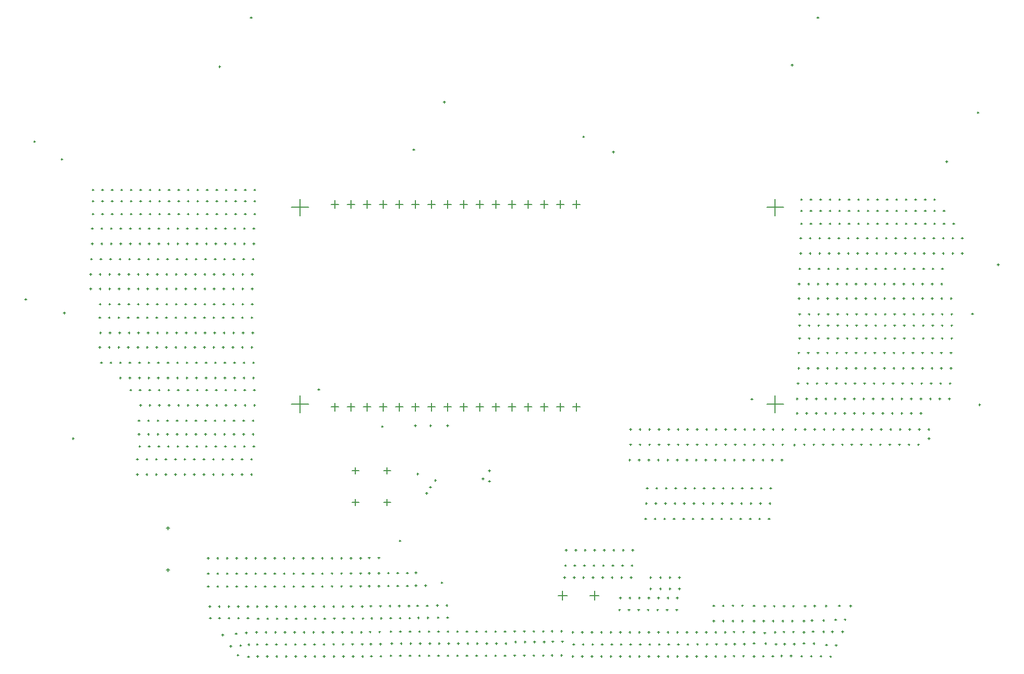
<source format=gbr>
%TF.GenerationSoftware,Altium Limited,Altium Designer,24.6.1 (21)*%
G04 Layer_Color=128*
%FSLAX45Y45*%
%MOMM*%
%TF.SameCoordinates,D6E34864-ACFE-43FA-A01B-F9739AC3D18D*%
%TF.FilePolarity,Positive*%
%TF.FileFunction,Drillmap*%
%TF.Part,Single*%
G01*
G75*
%TA.AperFunction,NonConductor*%
%ADD54C,0.12700*%
D54*
X3699610Y9627010D02*
X3969610D01*
X3834610Y9492010D02*
Y9762010D01*
X-3800390Y9627010D02*
X-3530390D01*
X-3665390Y9492010D02*
Y9762010D01*
X3699610Y6527010D02*
X3969610D01*
X3834610Y6392010D02*
Y6662010D01*
X-3800390Y6527010D02*
X-3530390D01*
X-3665390Y6392010D02*
Y6662010D01*
X634610Y6477010D02*
X754610D01*
X694610Y6417010D02*
Y6537010D01*
X380610Y6477010D02*
X500610D01*
X440610Y6417010D02*
Y6537010D01*
X126610Y6477010D02*
X246610D01*
X186610Y6417010D02*
Y6537010D01*
X-127390Y6477010D02*
X-7390D01*
X-67390Y6417010D02*
Y6537010D01*
X-381390Y6477010D02*
X-261390D01*
X-321390Y6417010D02*
Y6537010D01*
X-635390Y6477010D02*
X-515390D01*
X-575390Y6417010D02*
Y6537010D01*
X-889390Y6477010D02*
X-769390D01*
X-829390Y6417010D02*
Y6537010D01*
X-1143390Y6477010D02*
X-1023390D01*
X-1083390Y6417010D02*
Y6537010D01*
X-1397390Y6477010D02*
X-1277390D01*
X-1337390Y6417010D02*
Y6537010D01*
X-1651390Y6477010D02*
X-1531390D01*
X-1591390Y6417010D02*
Y6537010D01*
X-1905390Y6477010D02*
X-1785390D01*
X-1845390Y6417010D02*
Y6537010D01*
X-2159390Y6477010D02*
X-2039390D01*
X-2099390Y6417010D02*
Y6537010D01*
X-2413390Y6477010D02*
X-2293390D01*
X-2353390Y6417010D02*
Y6537010D01*
X-2667390Y6477010D02*
X-2547390D01*
X-2607390Y6417010D02*
Y6537010D01*
X-2921390Y6477010D02*
X-2801390D01*
X-2861390Y6417010D02*
Y6537010D01*
X-3175390Y6477010D02*
X-3055390D01*
X-3115390Y6417010D02*
Y6537010D01*
X634610Y9677010D02*
X754610D01*
X694610Y9617010D02*
Y9737010D01*
X380610Y9677010D02*
X500610D01*
X440610Y9617010D02*
Y9737010D01*
X126610Y9677010D02*
X246610D01*
X186610Y9617010D02*
Y9737010D01*
X-127390Y9677010D02*
X-7390D01*
X-67390Y9617010D02*
Y9737010D01*
X-381390Y9677010D02*
X-261390D01*
X-321390Y9617010D02*
Y9737010D01*
X-635390Y9677010D02*
X-515390D01*
X-575390Y9617010D02*
Y9737010D01*
X-889390Y9677010D02*
X-769390D01*
X-829390Y9617010D02*
Y9737010D01*
X-1143390Y9677010D02*
X-1023390D01*
X-1083390Y9617010D02*
Y9737010D01*
X-1397390Y9677010D02*
X-1277390D01*
X-1337390Y9617010D02*
Y9737010D01*
X-1651390Y9677010D02*
X-1531390D01*
X-1591390Y9617010D02*
Y9737010D01*
X-1905390Y9677010D02*
X-1785390D01*
X-1845390Y9617010D02*
Y9737010D01*
X-2159390Y9677010D02*
X-2039390D01*
X-2099390Y9617010D02*
Y9737010D01*
X-2413390Y9677010D02*
X-2293390D01*
X-2353390Y9617010D02*
Y9737010D01*
X-2667390Y9677010D02*
X-2547390D01*
X-2607390Y9617010D02*
Y9737010D01*
X-2921390Y9677010D02*
X-2801390D01*
X-2861390Y9617010D02*
Y9737010D01*
X-3175390Y9677010D02*
X-3055390D01*
X-3115390Y9617010D02*
Y9737010D01*
X-5771190Y4571010D02*
X-5721190D01*
X-5746190Y4546010D02*
Y4596010D01*
X-5771190Y3911010D02*
X-5721190D01*
X-5746190Y3886010D02*
Y3936010D01*
X-2840130Y4972911D02*
X-2733450D01*
X-2786790Y4919571D02*
Y5026251D01*
X-2340130Y4972911D02*
X-2233450D01*
X-2286790Y4919571D02*
Y5026251D01*
X-2340130Y5472910D02*
X-2233450D01*
X-2286790Y5419570D02*
Y5526250D01*
X-2840130Y5472910D02*
X-2733450D01*
X-2786790Y5419570D02*
Y5526250D01*
X406810Y3504410D02*
X556810D01*
X481810Y3429410D02*
Y3579410D01*
X906810Y3504410D02*
X1056810D01*
X981810Y3429410D02*
Y3579410D01*
X-1438190Y3707610D02*
X-1408190D01*
X-1423190Y3692610D02*
Y3722610D01*
X-2098590Y4368010D02*
X-2068590D01*
X-2083590Y4353010D02*
Y4383010D01*
X2008847Y3610428D02*
X2038847D01*
X2023847Y3595428D02*
Y3625428D01*
X2158847Y3610428D02*
X2188847D01*
X2173847Y3595428D02*
Y3625428D01*
X2308847Y3610428D02*
X2338847D01*
X2323847Y3595428D02*
Y3625428D01*
X1854959Y3609972D02*
X1884959D01*
X1869959Y3594972D02*
Y3624972D01*
X1854959Y3787772D02*
X1884959D01*
X1869959Y3772772D02*
Y3802772D01*
X2308847Y3788228D02*
X2338847D01*
X2323847Y3773228D02*
Y3803228D01*
X2158847Y3788228D02*
X2188847D01*
X2173847Y3773228D02*
Y3803228D01*
X2008847Y3788228D02*
X2038847D01*
X2023847Y3773228D02*
Y3803228D01*
X2264179Y3278421D02*
X2294179D01*
X2279179Y3263421D02*
Y3293421D01*
X2114179Y3278421D02*
X2144179D01*
X2129179Y3263421D02*
Y3293421D01*
X1964179Y3278421D02*
X1994179D01*
X1979179Y3263421D02*
Y3293421D01*
X1814179Y3278421D02*
X1844179D01*
X1829179Y3263421D02*
Y3293421D01*
X1664179Y3278421D02*
X1694179D01*
X1679179Y3263421D02*
Y3293421D01*
X1514179Y3278421D02*
X1544179D01*
X1529179Y3263421D02*
Y3293421D01*
X1364179Y3278421D02*
X1394179D01*
X1379179Y3263421D02*
Y3293421D01*
X1376879Y3468921D02*
X1406879D01*
X1391879Y3453921D02*
Y3483921D01*
X1526879Y3468921D02*
X1556879D01*
X1541879Y3453921D02*
Y3483921D01*
X1676879Y3468921D02*
X1706879D01*
X1691879Y3453921D02*
Y3483921D01*
X1826879Y3468921D02*
X1856879D01*
X1841879Y3453921D02*
Y3483921D01*
X1976879Y3468921D02*
X2006879D01*
X1991879Y3453921D02*
Y3483921D01*
X2126879Y3468921D02*
X2156879D01*
X2141879Y3453921D02*
Y3483921D01*
X2276879Y3468921D02*
X2306879D01*
X2291879Y3453921D02*
Y3483921D01*
X497173Y3787776D02*
X527173D01*
X512173Y3772776D02*
Y3802775D01*
X647173Y3787776D02*
X677173D01*
X662173Y3772776D02*
Y3802775D01*
X797173Y3787776D02*
X827173D01*
X812173Y3772776D02*
Y3802775D01*
X947173Y3787776D02*
X977173D01*
X962173Y3772776D02*
Y3802775D01*
X1097173Y3787776D02*
X1127173D01*
X1112173Y3772776D02*
Y3802775D01*
X1247173Y3787776D02*
X1277173D01*
X1262173Y3772776D02*
Y3802775D01*
X1397173Y3787776D02*
X1427173D01*
X1412173Y3772776D02*
Y3802775D01*
X1547173Y3787776D02*
X1577173D01*
X1562173Y3772776D02*
Y3802775D01*
X509873Y3978276D02*
X539873D01*
X524873Y3963276D02*
Y3993275D01*
X659873Y3978276D02*
X689873D01*
X674873Y3963276D02*
Y3993275D01*
X809873Y3978276D02*
X839873D01*
X824873Y3963276D02*
Y3993275D01*
X959873Y3978276D02*
X989873D01*
X974873Y3963276D02*
Y3993275D01*
X1109873Y3978276D02*
X1139873D01*
X1124873Y3963276D02*
Y3993275D01*
X1259873Y3978276D02*
X1289873D01*
X1274873Y3963276D02*
Y3993275D01*
X1409873Y3978276D02*
X1439873D01*
X1424873Y3963276D02*
Y3993275D01*
X1559873Y3978276D02*
X1589873D01*
X1574873Y3963276D02*
Y3993275D01*
X522573Y4219576D02*
X552573D01*
X537573Y4204576D02*
Y4234575D01*
X672573Y4219576D02*
X702573D01*
X687573Y4204576D02*
Y4234575D01*
X822573Y4219576D02*
X852573D01*
X837573Y4204576D02*
Y4234575D01*
X972573Y4219576D02*
X1002573D01*
X987573Y4204576D02*
Y4234575D01*
X1122573Y4219576D02*
X1152573D01*
X1137573Y4204576D02*
Y4234575D01*
X1272573Y4219576D02*
X1302573D01*
X1287573Y4204576D02*
Y4234575D01*
X1422573Y4219576D02*
X1452573D01*
X1437573Y4204576D02*
Y4234575D01*
X1572573Y4219576D02*
X1602573D01*
X1587573Y4204576D02*
Y4234575D01*
X4693951Y2540619D02*
X4723951D01*
X4708951Y2525619D02*
Y2555619D01*
X5011451Y3340719D02*
X5041451D01*
X5026451Y3325719D02*
Y3355719D01*
X4782851Y2718419D02*
X4812851D01*
X4797851Y2703419D02*
Y2733419D01*
X4884451Y2934319D02*
X4914451D01*
X4899451Y2919319D02*
Y2949319D01*
X4922551Y3124819D02*
X4952551D01*
X4937551Y3109819D02*
Y3139819D01*
X4441344Y3338381D02*
X4471344D01*
X4456344Y3323381D02*
Y3353381D01*
X4622456Y3337926D02*
X4652456D01*
X4637456Y3322926D02*
Y3352925D01*
X4288701Y3336655D02*
X4318701D01*
X4303701Y3321655D02*
Y3351655D01*
X3957589Y3337111D02*
X3987589D01*
X3972589Y3322111D02*
Y3352111D01*
X4107589Y3337111D02*
X4137589D01*
X4122589Y3322111D02*
Y3352111D01*
X3803701Y3336655D02*
X3833700D01*
X3818701Y3321655D02*
Y3351655D01*
X3653701Y3336655D02*
X3683701D01*
X3668701Y3321655D02*
Y3351655D01*
X4430658Y2746678D02*
X4460658D01*
X4445658Y2731678D02*
Y2761678D01*
X4401835Y3109717D02*
X4431835D01*
X4416835Y3094717D02*
Y3124717D01*
X4582947Y3109261D02*
X4612947D01*
X4597947Y3094261D02*
Y3124261D01*
X4582947Y2931461D02*
X4612947D01*
X4597947Y2916461D02*
Y2946461D01*
X4417958Y2937178D02*
X4447958D01*
X4432958Y2922178D02*
Y2952178D01*
X4106254Y2930871D02*
X4136254D01*
X4121254Y2915871D02*
Y2945871D01*
X3956254Y2930871D02*
X3986254D01*
X3971254Y2915871D02*
Y2945871D01*
X3655932Y2912910D02*
X3685932D01*
X3670932Y2897910D02*
Y2927910D01*
X3818632Y2925610D02*
X3848632D01*
X3833632Y2910610D02*
Y2940610D01*
X4271244Y2925154D02*
X4301244D01*
X4286244Y2910154D02*
Y2940154D01*
X4271244Y3102954D02*
X4301244D01*
X4286244Y3087954D02*
Y3117954D01*
X3940132Y3103410D02*
X3970132D01*
X3955132Y3088410D02*
Y3118410D01*
X4090132Y3103410D02*
X4120132D01*
X4105132Y3088410D02*
Y3118410D01*
X3786244Y3102954D02*
X3816244D01*
X3801244Y3087954D02*
Y3117954D01*
X3636244Y3102954D02*
X3666244D01*
X3651244Y3087954D02*
Y3117954D01*
X3831332Y2735110D02*
X3861332D01*
X3846332Y2720110D02*
Y2750110D01*
X3668632Y2747810D02*
X3698632D01*
X3683632Y2732810D02*
Y2762810D01*
X3968954Y2740371D02*
X3998954D01*
X3983954Y2725371D02*
Y2755371D01*
X4118954Y2740371D02*
X4148954D01*
X4133954Y2725371D02*
Y2755371D01*
X4273732Y2750312D02*
X4303732D01*
X4288732Y2735312D02*
Y2765312D01*
X3486332Y2750312D02*
X3516332D01*
X3501332Y2735312D02*
Y2765312D01*
X4832532Y3343308D02*
X4862532D01*
X4847532Y3328308D02*
Y3358308D01*
X4772110Y3123410D02*
X4802110D01*
X4787110Y3108410D02*
Y3138410D01*
X4721310Y2932910D02*
X4751310D01*
X4736310Y2917910D02*
Y2947910D01*
X4629332Y2724912D02*
X4659332D01*
X4644332Y2709912D02*
Y2739912D01*
X4540432Y2547112D02*
X4570432D01*
X4555432Y2532112D02*
Y2562112D01*
X4388032Y2547112D02*
X4418032D01*
X4403032Y2532112D02*
Y2562112D01*
X4070642Y2552829D02*
X4100642D01*
X4085642Y2537829D02*
Y2567829D01*
X3920642Y2552829D02*
X3950642D01*
X3935642Y2537829D02*
Y2567829D01*
X3633020Y2547568D02*
X3663020D01*
X3648020Y2532568D02*
Y2562568D01*
X3783020Y2547568D02*
X3813020D01*
X3798020Y2532568D02*
Y2562568D01*
X4235632Y2547112D02*
X4265632D01*
X4250632Y2532112D02*
Y2562112D01*
X-4613190Y2717010D02*
X-4583190D01*
X-4598190Y2702010D02*
Y2732010D01*
X-4484933Y2728897D02*
X-4454933D01*
X-4469933Y2713897D02*
Y2743897D01*
X-4498333Y3148236D02*
X-4468333D01*
X-4483333Y3133236D02*
Y3163236D01*
X-4648333Y3148236D02*
X-4618333D01*
X-4633333Y3133236D02*
Y3163236D01*
X-4798333Y3148236D02*
X-4768333D01*
X-4783333Y3133236D02*
Y3163236D01*
X-4948333Y3148236D02*
X-4918333D01*
X-4933333Y3133236D02*
Y3163236D01*
X-4523733Y2915732D02*
X-4493733D01*
X-4508733Y2900732D02*
Y2930732D01*
X-4686433Y2903032D02*
X-4656433D01*
X-4671433Y2888032D02*
Y2918032D01*
X-2408846Y2740371D02*
X-2378846D01*
X-2393846Y2725371D02*
Y2755371D01*
X-2558846Y2740371D02*
X-2528846D01*
X-2543846Y2725371D02*
Y2755371D01*
X-3146468Y2735110D02*
X-3116468D01*
X-3131468Y2720110D02*
Y2750110D01*
X-2996468Y2735110D02*
X-2966468D01*
X-2981468Y2720110D02*
Y2750110D01*
X-2846468Y2735110D02*
X-2816468D01*
X-2831468Y2720110D02*
Y2750110D01*
X-2696468Y2735110D02*
X-2666468D01*
X-2681468Y2720110D02*
Y2750110D01*
X-3300356Y2734654D02*
X-3270356D01*
X-3285356Y2719654D02*
Y2749654D01*
X-3450356Y2734654D02*
X-3420356D01*
X-3435356Y2719654D02*
Y2749654D01*
X-3600356Y2734654D02*
X-3570356D01*
X-3585356Y2719654D02*
Y2749654D01*
X-3750356Y2734654D02*
X-3720356D01*
X-3735356Y2719654D02*
Y2749654D01*
X-3900356Y2734654D02*
X-3870356D01*
X-3885356Y2719654D02*
Y2749654D01*
X-4050356Y2734654D02*
X-4020356D01*
X-4035356Y2719654D02*
Y2749654D01*
X-4200356Y2734654D02*
X-4170356D01*
X-4185356Y2719654D02*
Y2749654D01*
X-4350356Y2734654D02*
X-4320356D01*
X-4335356Y2719654D02*
Y2749654D01*
X461354Y2778471D02*
X491354D01*
X476354Y2763471D02*
Y2793471D01*
X311354Y2778471D02*
X341354D01*
X326354Y2763471D02*
Y2793471D01*
X-276268Y2773210D02*
X-246268D01*
X-261268Y2758210D02*
Y2788210D01*
X-126268Y2773210D02*
X-96268D01*
X-111268Y2758210D02*
Y2788210D01*
X23732Y2773210D02*
X53732D01*
X38732Y2758210D02*
Y2788210D01*
X173732Y2773210D02*
X203732D01*
X188732Y2758210D02*
Y2788210D01*
X-430156Y2747354D02*
X-400156D01*
X-415156Y2732354D02*
Y2762354D01*
X-580156Y2747354D02*
X-550156D01*
X-565156Y2732354D02*
Y2762354D01*
X-730156Y2747354D02*
X-700156D01*
X-715156Y2732354D02*
Y2762354D01*
X-880156Y2747354D02*
X-850156D01*
X-865156Y2732354D02*
Y2762354D01*
X-1030156Y2747354D02*
X-1000156D01*
X-1015156Y2732354D02*
Y2762354D01*
X-1180156Y2747354D02*
X-1150156D01*
X-1165156Y2732354D02*
Y2762354D01*
X-1330156Y2747354D02*
X-1300156D01*
X-1315156Y2732354D02*
Y2762354D01*
X-1480156Y2747354D02*
X-1450156D01*
X-1465156Y2732354D02*
Y2762354D01*
X-1630156Y2747354D02*
X-1600156D01*
X-1615156Y2732354D02*
Y2762354D01*
X-1780156Y2747354D02*
X-1750157D01*
X-1765156Y2732354D02*
Y2762354D01*
X-1930156Y2747354D02*
X-1900156D01*
X-1915156Y2732354D02*
Y2762354D01*
X-2080156Y2747354D02*
X-2050156D01*
X-2065156Y2732354D02*
Y2762354D01*
X-2230156Y2747354D02*
X-2200156D01*
X-2215156Y2732354D02*
Y2762354D01*
X3331554Y2740371D02*
X3361554D01*
X3346554Y2725371D02*
Y2755371D01*
X3181554Y2740371D02*
X3211554D01*
X3196554Y2725371D02*
Y2755371D01*
X2593932Y2735110D02*
X2623932D01*
X2608932Y2720110D02*
Y2750110D01*
X2743932Y2735110D02*
X2773932D01*
X2758932Y2720110D02*
Y2750110D01*
X2893932Y2735110D02*
X2923932D01*
X2908932Y2720110D02*
Y2750110D01*
X3043932Y2735110D02*
X3073932D01*
X3058932Y2720110D02*
Y2750110D01*
X2440044Y2734654D02*
X2470044D01*
X2455044Y2719654D02*
Y2749654D01*
X2290044Y2734654D02*
X2320044D01*
X2305044Y2719654D02*
Y2749654D01*
X2140044Y2734654D02*
X2170044D01*
X2155044Y2719654D02*
Y2749654D01*
X1990044Y2734654D02*
X2020044D01*
X2005044Y2719654D02*
Y2749654D01*
X1840044Y2734654D02*
X1870044D01*
X1855044Y2719654D02*
Y2749654D01*
X1690044Y2734654D02*
X1720044D01*
X1705044Y2719654D02*
Y2749654D01*
X1540044Y2734654D02*
X1570044D01*
X1555044Y2719654D02*
Y2749654D01*
X1390044Y2734654D02*
X1420044D01*
X1405044Y2719654D02*
Y2749654D01*
X1240044Y2734654D02*
X1270044D01*
X1255044Y2719654D02*
Y2749654D01*
X1090044Y2734654D02*
X1120043D01*
X1105044Y2719654D02*
Y2749654D01*
X940044Y2734654D02*
X970044D01*
X955044Y2719654D02*
Y2749654D01*
X790044Y2734654D02*
X820044D01*
X805044Y2719654D02*
Y2749654D01*
X640044Y2734654D02*
X670044D01*
X655044Y2719654D02*
Y2749654D01*
X-4491202Y2539414D02*
X-4461202D01*
X-4476202Y2524414D02*
Y2554413D01*
X-4656302Y2564814D02*
X-4626302D01*
X-4641302Y2549814D02*
Y2579813D01*
X-4770602Y2704514D02*
X-4740602D01*
X-4755602Y2689514D02*
Y2719513D01*
X-4897602Y2882314D02*
X-4867602D01*
X-4882602Y2867314D02*
Y2897313D01*
X-5092006Y3149014D02*
X-5062006D01*
X-5077006Y3134014D02*
Y3164013D01*
X-1498526Y3156843D02*
X-1468526D01*
X-1483526Y3141843D02*
Y3171843D01*
X-1348526Y3156843D02*
X-1318526D01*
X-1333526Y3141843D02*
Y3171843D01*
X-1511226Y3347343D02*
X-1481226D01*
X-1496226Y3332343D02*
Y3362343D01*
X-1361226Y3347343D02*
X-1331226D01*
X-1346226Y3332343D02*
Y3362343D01*
X-1984429Y3858936D02*
X-1954429D01*
X-1969429Y3843936D02*
Y3873936D01*
X-2134429Y3858936D02*
X-2104429D01*
X-2119429Y3843936D02*
Y3873936D01*
X-2284429Y3858936D02*
X-2254429D01*
X-2269429Y3843936D02*
Y3873936D01*
X-1846807Y3864197D02*
X-1816807D01*
X-1831807Y3849197D02*
Y3879197D01*
X-1696807Y3660997D02*
X-1666807D01*
X-1681807Y3645997D02*
Y3675997D01*
X-1846807Y3660997D02*
X-1816807D01*
X-1831807Y3645997D02*
Y3675997D01*
X-1671407Y3343497D02*
X-1641407D01*
X-1656407Y3328497D02*
Y3358497D01*
X-1821407Y3343497D02*
X-1791407D01*
X-1806407Y3328497D02*
Y3358497D01*
X-2259029Y3338236D02*
X-2229029D01*
X-2244029Y3323236D02*
Y3353236D01*
X-2109029Y3338236D02*
X-2079029D01*
X-2094029Y3323236D02*
Y3353236D01*
X-1959029Y3338236D02*
X-1929029D01*
X-1944029Y3323236D02*
Y3353236D01*
X-2284429Y3655736D02*
X-2254429D01*
X-2269429Y3640736D02*
Y3670736D01*
X-2134429Y3655736D02*
X-2104429D01*
X-2119429Y3640736D02*
Y3670736D01*
X-1984429Y3655736D02*
X-1954429D01*
X-1969429Y3640736D02*
Y3670736D01*
X-1658707Y3152997D02*
X-1628707D01*
X-1643707Y3137997D02*
Y3167997D01*
X-1808707Y3152997D02*
X-1778707D01*
X-1793707Y3137997D02*
Y3167997D01*
X-2246329Y3147736D02*
X-2216329D01*
X-2231329Y3132736D02*
Y3162736D01*
X-2096329Y3147736D02*
X-2066329D01*
X-2081329Y3132736D02*
Y3162736D01*
X-1946329Y3147736D02*
X-1916329D01*
X-1931329Y3132736D02*
Y3162736D01*
X-2402781Y2547815D02*
X-2372781D01*
X-2387781Y2532815D02*
Y2562815D01*
X-2552781Y2547815D02*
X-2522781D01*
X-2537781Y2532815D02*
Y2562815D01*
X-3140404Y2542553D02*
X-3110404D01*
X-3125404Y2527553D02*
Y2557553D01*
X-2990404Y2542553D02*
X-2960404D01*
X-2975404Y2527553D02*
Y2557553D01*
X-2840404Y2542553D02*
X-2810404D01*
X-2825404Y2527553D02*
Y2557553D01*
X-2690404Y2542553D02*
X-2660404D01*
X-2675404Y2527553D02*
Y2557553D01*
X-3294292Y2542098D02*
X-3264292D01*
X-3279292Y2527098D02*
Y2557098D01*
X-3444292Y2542098D02*
X-3414292D01*
X-3429292Y2527098D02*
Y2557098D01*
X-3594292Y2542098D02*
X-3564292D01*
X-3579292Y2527098D02*
Y2557098D01*
X-3744292Y2542098D02*
X-3714292D01*
X-3729292Y2527098D02*
Y2557098D01*
X-3894292Y2542098D02*
X-3864292D01*
X-3879292Y2527098D02*
Y2557098D01*
X-4044292Y2542098D02*
X-4014292D01*
X-4029292Y2527098D02*
Y2557098D01*
X-4194292Y2542098D02*
X-4164292D01*
X-4179292Y2527098D02*
Y2557098D01*
X-4344292Y2542098D02*
X-4314292D01*
X-4329292Y2527098D02*
Y2557098D01*
X2848844Y3102954D02*
X2878844D01*
X2863844Y3087954D02*
Y3117954D01*
X2998844Y3102954D02*
X3028844D01*
X3013844Y3087954D02*
Y3117954D01*
X2848844Y3344254D02*
X2878844D01*
X2863844Y3329254D02*
Y3359254D01*
X2998844Y3344254D02*
X3028844D01*
X3013844Y3329254D02*
Y3359254D01*
X3302732Y3344710D02*
X3332732D01*
X3317732Y3329710D02*
Y3359710D01*
X3152732Y3344710D02*
X3182732D01*
X3167732Y3329710D02*
Y3359710D01*
X3302732Y3103410D02*
X3332732D01*
X3317732Y3088410D02*
Y3118410D01*
X3152732Y3103410D02*
X3182732D01*
X3167732Y3088410D02*
Y3118410D01*
X3483844Y3344254D02*
X3513844D01*
X3498844Y3329254D02*
Y3359254D01*
X3483844Y3102954D02*
X3513844D01*
X3498844Y3087954D02*
Y3117954D01*
X3483844Y2925154D02*
X3513844D01*
X3498844Y2910154D02*
Y2940154D01*
X3483844Y2544154D02*
X3513844D01*
X3498844Y2529154D02*
Y2559154D01*
X627344Y2544154D02*
X657344D01*
X642344Y2529154D02*
Y2559154D01*
X777344Y2544154D02*
X807344D01*
X792344Y2529154D02*
Y2559154D01*
X927344Y2544154D02*
X957344D01*
X942344Y2529154D02*
Y2559154D01*
X1077344Y2544154D02*
X1107343D01*
X1092344Y2529154D02*
Y2559154D01*
X1227344Y2544154D02*
X1257344D01*
X1242344Y2529154D02*
Y2559154D01*
X1377344Y2544154D02*
X1407344D01*
X1392344Y2529154D02*
Y2559154D01*
X1527344Y2544154D02*
X1557344D01*
X1542344Y2529154D02*
Y2559154D01*
X1677344Y2544154D02*
X1707344D01*
X1692344Y2529154D02*
Y2559154D01*
X1827344Y2544154D02*
X1857344D01*
X1842344Y2529154D02*
Y2559154D01*
X1977344Y2544154D02*
X2007344D01*
X1992344Y2529154D02*
Y2559154D01*
X2127344Y2544154D02*
X2157344D01*
X2142344Y2529154D02*
Y2559154D01*
X2277344Y2544154D02*
X2307344D01*
X2292344Y2529154D02*
Y2559154D01*
X2427344Y2544154D02*
X2457344D01*
X2442344Y2529154D02*
Y2559154D01*
X627344Y2925154D02*
X657344D01*
X642344Y2910154D02*
Y2940154D01*
X777344Y2925154D02*
X807344D01*
X792344Y2910154D02*
Y2940154D01*
X927344Y2925154D02*
X957344D01*
X942344Y2910154D02*
Y2940154D01*
X1077344Y2925154D02*
X1107343D01*
X1092344Y2910154D02*
Y2940154D01*
X1227344Y2925154D02*
X1257344D01*
X1242344Y2910154D02*
Y2940154D01*
X1377344Y2925154D02*
X1407344D01*
X1392344Y2910154D02*
Y2940154D01*
X1527344Y2925154D02*
X1557344D01*
X1542344Y2910154D02*
Y2940154D01*
X1677344Y2925154D02*
X1707344D01*
X1692344Y2910154D02*
Y2940154D01*
X1827344Y2925154D02*
X1857344D01*
X1842344Y2910154D02*
Y2940154D01*
X1977344Y2925154D02*
X2007344D01*
X1992344Y2910154D02*
Y2940154D01*
X2127344Y2925154D02*
X2157344D01*
X2142344Y2910154D02*
Y2940154D01*
X2277344Y2925154D02*
X2307344D01*
X2292344Y2910154D02*
Y2940154D01*
X2427344Y2925154D02*
X2457344D01*
X2442344Y2910154D02*
Y2940154D01*
X3031232Y2925610D02*
X3061232D01*
X3046232Y2910610D02*
Y2940610D01*
X2881232Y2925610D02*
X2911232D01*
X2896232Y2910610D02*
Y2940610D01*
X2731232Y2925610D02*
X2761232D01*
X2746232Y2910610D02*
Y2940610D01*
X2581232Y2925610D02*
X2611232D01*
X2596232Y2910610D02*
Y2940610D01*
X3031232Y2544610D02*
X3061232D01*
X3046232Y2529610D02*
Y2559610D01*
X2881232Y2544610D02*
X2911232D01*
X2896232Y2529610D02*
Y2559610D01*
X2731232Y2544610D02*
X2761232D01*
X2746232Y2529610D02*
Y2559610D01*
X2581232Y2544610D02*
X2611232D01*
X2596232Y2529610D02*
Y2559610D01*
X3168854Y2549871D02*
X3198854D01*
X3183854Y2534871D02*
Y2564871D01*
X3318854Y2549871D02*
X3348854D01*
X3333854Y2534871D02*
Y2564871D01*
X3168854Y2930871D02*
X3198854D01*
X3183854Y2915871D02*
Y2945871D01*
X3318854Y2930871D02*
X3348854D01*
X3333854Y2915871D02*
Y2945871D01*
X-2242856Y2556854D02*
X-2212856D01*
X-2227856Y2541854D02*
Y2571854D01*
X-2092856Y2556854D02*
X-2062856D01*
X-2077856Y2541854D02*
Y2571854D01*
X-1942856Y2556854D02*
X-1912856D01*
X-1927856Y2541854D02*
Y2571854D01*
X-1792856Y2556854D02*
X-1762857D01*
X-1777856Y2541854D02*
Y2571854D01*
X-1642856Y2556854D02*
X-1612856D01*
X-1627856Y2541854D02*
Y2571854D01*
X-1492856Y2556854D02*
X-1462856D01*
X-1477856Y2541854D02*
Y2571854D01*
X-1342856Y2556854D02*
X-1312856D01*
X-1327856Y2541854D02*
Y2571854D01*
X-1192856Y2556854D02*
X-1162856D01*
X-1177856Y2541854D02*
Y2571854D01*
X-1042856Y2556854D02*
X-1012856D01*
X-1027856Y2541854D02*
Y2571854D01*
X-892856Y2556854D02*
X-862856D01*
X-877856Y2541854D02*
Y2571854D01*
X-742856Y2556854D02*
X-712856D01*
X-727856Y2541854D02*
Y2571854D01*
X-592856Y2556854D02*
X-562856D01*
X-577856Y2541854D02*
Y2571854D01*
X-442856Y2556854D02*
X-412856D01*
X-427856Y2541854D02*
Y2571854D01*
X-2242856Y2937854D02*
X-2212856D01*
X-2227856Y2922854D02*
Y2952854D01*
X-2092856Y2937854D02*
X-2062856D01*
X-2077856Y2922854D02*
Y2952854D01*
X-1942856Y2937854D02*
X-1912856D01*
X-1927856Y2922854D02*
Y2952854D01*
X-1792856Y2937854D02*
X-1762857D01*
X-1777856Y2922854D02*
Y2952854D01*
X-1642856Y2937854D02*
X-1612856D01*
X-1627856Y2922854D02*
Y2952854D01*
X-1492856Y2937854D02*
X-1462856D01*
X-1477856Y2922854D02*
Y2952854D01*
X-1342856Y2937854D02*
X-1312856D01*
X-1327856Y2922854D02*
Y2952854D01*
X-1192856Y2937854D02*
X-1162856D01*
X-1177856Y2922854D02*
Y2952854D01*
X-1042856Y2937854D02*
X-1012856D01*
X-1027856Y2922854D02*
Y2952854D01*
X-892856Y2937854D02*
X-862856D01*
X-877856Y2922854D02*
Y2952854D01*
X-742856Y2937854D02*
X-712856D01*
X-727856Y2922854D02*
Y2952854D01*
X-592856Y2937854D02*
X-562856D01*
X-577856Y2922854D02*
Y2952854D01*
X-442856Y2937854D02*
X-412856D01*
X-427856Y2922854D02*
Y2952854D01*
X161032Y2938310D02*
X191032D01*
X176032Y2923310D02*
Y2953310D01*
X11032Y2938310D02*
X41032D01*
X26032Y2923310D02*
Y2953310D01*
X-138968Y2938310D02*
X-108968D01*
X-123968Y2923310D02*
Y2953310D01*
X-288968Y2938310D02*
X-258968D01*
X-273968Y2923310D02*
Y2953310D01*
X161032Y2557310D02*
X191032D01*
X176032Y2542310D02*
Y2572310D01*
X11032Y2557310D02*
X41032D01*
X26032Y2542310D02*
Y2572310D01*
X-138968Y2557310D02*
X-108968D01*
X-123968Y2542310D02*
Y2572310D01*
X-288968Y2557310D02*
X-258968D01*
X-273968Y2542310D02*
Y2572310D01*
X298654Y2562571D02*
X328654D01*
X313654Y2547571D02*
Y2577571D01*
X448654Y2562571D02*
X478654D01*
X463654Y2547571D02*
Y2577571D01*
X298654Y2943571D02*
X328654D01*
X313654Y2928571D02*
Y2958571D01*
X448654Y2943571D02*
X478654D01*
X463654Y2928571D02*
Y2958571D01*
X-4363056Y2925154D02*
X-4333056D01*
X-4348056Y2910154D02*
Y2940154D01*
X-4213056Y2925154D02*
X-4183056D01*
X-4198056Y2910154D02*
Y2940154D01*
X-4063056Y2925154D02*
X-4033056D01*
X-4048056Y2910154D02*
Y2940154D01*
X-3913056Y2925154D02*
X-3883056D01*
X-3898056Y2910154D02*
Y2940154D01*
X-3763056Y2925154D02*
X-3733056D01*
X-3748056Y2910154D02*
Y2940154D01*
X-3613056Y2925154D02*
X-3583056D01*
X-3598056Y2910154D02*
Y2940154D01*
X-3463056Y2925154D02*
X-3433056D01*
X-3448056Y2910154D02*
Y2940154D01*
X-3313056Y2925154D02*
X-3283056D01*
X-3298056Y2910154D02*
Y2940154D01*
X-4337656Y3141054D02*
X-4307656D01*
X-4322656Y3126054D02*
Y3156054D01*
X-4187656Y3141054D02*
X-4157656D01*
X-4172656Y3126054D02*
Y3156054D01*
X-4037656Y3141054D02*
X-4007656D01*
X-4022656Y3126054D02*
Y3156054D01*
X-3887656Y3141054D02*
X-3857656D01*
X-3872656Y3126054D02*
Y3156054D01*
X-3737656Y3141054D02*
X-3707656D01*
X-3722656Y3126054D02*
Y3156054D01*
X-3587656Y3141054D02*
X-3557656D01*
X-3572656Y3126054D02*
Y3156054D01*
X-3437656Y3141054D02*
X-3407656D01*
X-3422656Y3126054D02*
Y3156054D01*
X-3287656Y3141054D02*
X-3257656D01*
X-3272656Y3126054D02*
Y3156054D01*
X-2683768Y3141510D02*
X-2653768D01*
X-2668768Y3126510D02*
Y3156510D01*
X-2833768Y3141510D02*
X-2803768D01*
X-2818768Y3126510D02*
Y3156510D01*
X-2983768Y3141510D02*
X-2953768D01*
X-2968768Y3126510D02*
Y3156510D01*
X-3133768Y3141510D02*
X-3103768D01*
X-3118768Y3126510D02*
Y3156510D01*
X-2709168Y2925610D02*
X-2679168D01*
X-2694168Y2910610D02*
Y2940610D01*
X-2859168Y2925610D02*
X-2829168D01*
X-2844168Y2910610D02*
Y2940610D01*
X-3009168Y2925610D02*
X-2979168D01*
X-2994168Y2910610D02*
Y2940610D01*
X-3159168Y2925610D02*
X-3129168D01*
X-3144168Y2910610D02*
Y2940610D01*
X-2571546Y2930871D02*
X-2541546D01*
X-2556546Y2915871D02*
Y2945871D01*
X-2421546Y2930871D02*
X-2391546D01*
X-2406546Y2915871D02*
Y2945871D01*
X-2546146Y3146771D02*
X-2516146D01*
X-2531146Y3131771D02*
Y3161771D01*
X-2396146Y3146771D02*
X-2366146D01*
X-2381146Y3131771D02*
Y3161771D01*
X-5100356Y3331554D02*
X-5070356D01*
X-5085356Y3316554D02*
Y3346554D01*
X-4950356Y3331554D02*
X-4920356D01*
X-4935356Y3316554D02*
Y3346554D01*
X-4800356Y3331554D02*
X-4770356D01*
X-4785356Y3316554D02*
Y3346554D01*
X-4650356Y3331554D02*
X-4620357D01*
X-4635356Y3316554D02*
Y3346554D01*
X-4500356Y3331554D02*
X-4470356D01*
X-4485356Y3316554D02*
Y3346554D01*
X-4350356Y3331554D02*
X-4320356D01*
X-4335356Y3316554D02*
Y3346554D01*
X-4200356Y3331554D02*
X-4170356D01*
X-4185356Y3316554D02*
Y3346554D01*
X-4050356Y3331554D02*
X-4020356D01*
X-4035356Y3316554D02*
Y3346554D01*
X-3900356Y3331554D02*
X-3870356D01*
X-3885356Y3316554D02*
Y3346554D01*
X-3750356Y3331554D02*
X-3720356D01*
X-3735356Y3316554D02*
Y3346554D01*
X-3600356Y3331554D02*
X-3570356D01*
X-3585356Y3316554D02*
Y3346554D01*
X-3450356Y3331554D02*
X-3420356D01*
X-3435356Y3316554D02*
Y3346554D01*
X-3300356Y3331554D02*
X-3270356D01*
X-3285356Y3316554D02*
Y3346554D01*
X-5125756Y3649054D02*
X-5095756D01*
X-5110756Y3634054D02*
Y3664054D01*
X-4975756Y3649054D02*
X-4945756D01*
X-4960756Y3634054D02*
Y3664054D01*
X-4825756Y3649054D02*
X-4795756D01*
X-4810756Y3634054D02*
Y3664054D01*
X-4675756Y3649054D02*
X-4645757D01*
X-4660756Y3634054D02*
Y3664054D01*
X-4525756Y3649054D02*
X-4495756D01*
X-4510756Y3634054D02*
Y3664054D01*
X-4375756Y3649054D02*
X-4345756D01*
X-4360756Y3634054D02*
Y3664054D01*
X-4225756Y3649054D02*
X-4195756D01*
X-4210756Y3634054D02*
Y3664054D01*
X-4075756Y3649054D02*
X-4045756D01*
X-4060756Y3634054D02*
Y3664054D01*
X-3925756Y3649054D02*
X-3895756D01*
X-3910756Y3634054D02*
Y3664054D01*
X-3775756Y3649054D02*
X-3745756D01*
X-3760756Y3634054D02*
Y3664054D01*
X-3625756Y3649054D02*
X-3595756D01*
X-3610756Y3634054D02*
Y3664054D01*
X-3475756Y3649054D02*
X-3445756D01*
X-3460756Y3634054D02*
Y3664054D01*
X-3325756Y3649054D02*
X-3295756D01*
X-3310756Y3634054D02*
Y3664054D01*
X-2721868Y3649510D02*
X-2691868D01*
X-2706868Y3634510D02*
Y3664510D01*
X-2871868Y3649510D02*
X-2841868D01*
X-2856868Y3634510D02*
Y3664510D01*
X-3021868Y3649510D02*
X-2991868D01*
X-3006868Y3634510D02*
Y3664510D01*
X-3171868Y3649510D02*
X-3141868D01*
X-3156868Y3634510D02*
Y3664510D01*
X-2696468Y3332010D02*
X-2666468D01*
X-2681468Y3317010D02*
Y3347010D01*
X-2846468Y3332010D02*
X-2816468D01*
X-2831468Y3317010D02*
Y3347010D01*
X-2996468Y3332010D02*
X-2966468D01*
X-2981468Y3317010D02*
Y3347010D01*
X-3146468Y3332010D02*
X-3116468D01*
X-3131468Y3317010D02*
Y3347010D01*
X-2558846Y3337271D02*
X-2528846D01*
X-2543846Y3322271D02*
Y3352271D01*
X-2408846Y3337271D02*
X-2378846D01*
X-2393846Y3322271D02*
Y3352271D01*
X-2584246Y3654771D02*
X-2554246D01*
X-2569246Y3639771D02*
Y3669771D01*
X-2434246Y3654771D02*
X-2404246D01*
X-2419246Y3639771D02*
Y3669771D01*
X-2434246Y4099271D02*
X-2404246D01*
X-2419246Y4084271D02*
Y4114271D01*
X-2584246Y4099271D02*
X-2554246D01*
X-2569246Y4084271D02*
Y4114271D01*
X-2434246Y3857971D02*
X-2404246D01*
X-2419246Y3842971D02*
Y3872971D01*
X-2584246Y3857971D02*
X-2554246D01*
X-2569246Y3842971D02*
Y3872971D01*
X-3171868Y3852710D02*
X-3141868D01*
X-3156868Y3837710D02*
Y3867710D01*
X-3021868Y3852710D02*
X-2991868D01*
X-3006868Y3837710D02*
Y3867710D01*
X-2871868Y3852710D02*
X-2841868D01*
X-2856868Y3837710D02*
Y3867710D01*
X-2721868Y3852710D02*
X-2691868D01*
X-2706868Y3837710D02*
Y3867710D01*
X-3171868Y4094010D02*
X-3141868D01*
X-3156868Y4079010D02*
Y4109010D01*
X-3021868Y4094010D02*
X-2991868D01*
X-3006868Y4079010D02*
Y4109010D01*
X-2871868Y4094010D02*
X-2841868D01*
X-2856868Y4079010D02*
Y4109010D01*
X-2721868Y4094010D02*
X-2691868D01*
X-2706868Y4079010D02*
Y4109010D01*
X-3325756Y4093554D02*
X-3295756D01*
X-3310756Y4078554D02*
Y4108554D01*
X-3475756Y4093554D02*
X-3445756D01*
X-3460756Y4078554D02*
Y4108554D01*
X-3625756Y4093554D02*
X-3595756D01*
X-3610756Y4078554D02*
Y4108554D01*
X-3775756Y4093554D02*
X-3745756D01*
X-3760756Y4078554D02*
Y4108554D01*
X-3925756Y4093554D02*
X-3895756D01*
X-3910756Y4078554D02*
Y4108554D01*
X-4075756Y4093554D02*
X-4045756D01*
X-4060756Y4078554D02*
Y4108554D01*
X-4225756Y4093554D02*
X-4195756D01*
X-4210756Y4078554D02*
Y4108554D01*
X-4375756Y4093554D02*
X-4345756D01*
X-4360756Y4078554D02*
Y4108554D01*
X-4525756Y4093554D02*
X-4495756D01*
X-4510756Y4078554D02*
Y4108554D01*
X-4675756Y4093554D02*
X-4645757D01*
X-4660756Y4078554D02*
Y4108554D01*
X-4825756Y4093554D02*
X-4795756D01*
X-4810756Y4078554D02*
Y4108554D01*
X-4975756Y4093554D02*
X-4945756D01*
X-4960756Y4078554D02*
Y4108554D01*
X-5125756Y4093554D02*
X-5095756D01*
X-5110756Y4078554D02*
Y4108554D01*
X-3325756Y3852254D02*
X-3295756D01*
X-3310756Y3837254D02*
Y3867254D01*
X-3475756Y3852254D02*
X-3445756D01*
X-3460756Y3837254D02*
Y3867254D01*
X-3625756Y3852254D02*
X-3595756D01*
X-3610756Y3837254D02*
Y3867254D01*
X-3775756Y3852254D02*
X-3745756D01*
X-3760756Y3837254D02*
Y3867254D01*
X-3925756Y3852254D02*
X-3895756D01*
X-3910756Y3837254D02*
Y3867254D01*
X-4075756Y3852254D02*
X-4045756D01*
X-4060756Y3837254D02*
Y3867254D01*
X-4225756Y3852254D02*
X-4195756D01*
X-4210756Y3837254D02*
Y3867254D01*
X-4375756Y3852254D02*
X-4345756D01*
X-4360756Y3837254D02*
Y3867254D01*
X-4525756Y3852254D02*
X-4495756D01*
X-4510756Y3837254D02*
Y3867254D01*
X-4675756Y3852254D02*
X-4645757D01*
X-4660756Y3837254D02*
Y3867254D01*
X-4825756Y3852254D02*
X-4795756D01*
X-4810756Y3837254D02*
Y3867254D01*
X-4975756Y3852254D02*
X-4945756D01*
X-4960756Y3837254D02*
Y3867254D01*
X-5125756Y3852254D02*
X-5095756D01*
X-5110756Y3837254D02*
Y3867254D01*
X4278776Y5886029D02*
X4308776D01*
X4293776Y5871029D02*
Y5901029D01*
X4428776Y5886029D02*
X4458776D01*
X4443776Y5871029D02*
Y5901029D01*
X4578776Y5886029D02*
X4608776D01*
X4593776Y5871029D02*
Y5901029D01*
X4728776Y5886029D02*
X4758776D01*
X4743776Y5871029D02*
Y5901029D01*
X4878776Y5886029D02*
X4908776D01*
X4893776Y5871029D02*
Y5901029D01*
X5028776Y5886029D02*
X5058776D01*
X5043776Y5871029D02*
Y5901029D01*
X5178776Y5886029D02*
X5208776D01*
X5193776Y5871029D02*
Y5901029D01*
X5328776Y5886029D02*
X5358776D01*
X5343776Y5871029D02*
Y5901029D01*
X5478776Y5886029D02*
X5508776D01*
X5493776Y5871029D02*
Y5901029D01*
X5628776Y5886029D02*
X5658776D01*
X5643776Y5871029D02*
Y5901029D01*
X5778776Y5886029D02*
X5808776D01*
X5793776Y5871029D02*
Y5901029D01*
X5928776Y5886029D02*
X5958776D01*
X5943776Y5871029D02*
Y5901029D01*
X6078776Y5886029D02*
X6108776D01*
X6093776Y5871029D02*
Y5901029D01*
X4141476Y6127329D02*
X4171476D01*
X4156476Y6112329D02*
Y6142329D01*
X4291476Y6127329D02*
X4321476D01*
X4306476Y6112329D02*
Y6142329D01*
X4441476Y6127329D02*
X4471476D01*
X4456476Y6112329D02*
Y6142329D01*
X4591476Y6127329D02*
X4621476D01*
X4606476Y6112329D02*
Y6142329D01*
X4741476Y6127329D02*
X4771476D01*
X4756476Y6112329D02*
Y6142329D01*
X4891476Y6127329D02*
X4921476D01*
X4906476Y6112329D02*
Y6142329D01*
X5041476Y6127329D02*
X5071476D01*
X5056476Y6112329D02*
Y6142329D01*
X5191476Y6127329D02*
X5221476D01*
X5206476Y6112329D02*
Y6142329D01*
X5341476Y6127329D02*
X5371476D01*
X5356476Y6112329D02*
Y6142329D01*
X5491476Y6127329D02*
X5521476D01*
X5506476Y6112329D02*
Y6142329D01*
X5641476Y6127329D02*
X5671476D01*
X5656476Y6112329D02*
Y6142329D01*
X5791476Y6127329D02*
X5821476D01*
X5806476Y6112329D02*
Y6142329D01*
X5941476Y6127329D02*
X5971476D01*
X5956476Y6112329D02*
Y6142329D01*
X6091476Y6127329D02*
X6121476D01*
X6106476Y6112329D02*
Y6142329D01*
X6241476Y6127329D02*
X6271476D01*
X6256476Y6112329D02*
Y6142329D01*
X4124410Y5879310D02*
X4154410D01*
X4139410Y5864310D02*
Y5894310D01*
X3749773Y5197476D02*
X3779773D01*
X3764773Y5182476D02*
Y5212475D01*
X3599773Y5197476D02*
X3629773D01*
X3614773Y5182476D02*
Y5212475D01*
X3449773Y5197476D02*
X3479773D01*
X3464773Y5182476D02*
Y5212475D01*
X3299773Y5197476D02*
X3329773D01*
X3314773Y5182476D02*
Y5212475D01*
X3149773Y5197476D02*
X3179773D01*
X3164773Y5182476D02*
Y5212475D01*
X2999773Y5197476D02*
X3029773D01*
X3014773Y5182476D02*
Y5212475D01*
X2849773Y5197476D02*
X2879773D01*
X2864773Y5182476D02*
Y5212475D01*
X2699773Y5197476D02*
X2729773D01*
X2714773Y5182476D02*
Y5212475D01*
X2549773Y5197476D02*
X2579773D01*
X2564773Y5182476D02*
Y5212475D01*
X2399773Y5197476D02*
X2429773D01*
X2414773Y5182476D02*
Y5212475D01*
X2249773Y5197476D02*
X2279773D01*
X2264773Y5182476D02*
Y5212475D01*
X2099773Y5197476D02*
X2129773D01*
X2114773Y5182476D02*
Y5212475D01*
X1949773Y5197476D02*
X1979773D01*
X1964773Y5182476D02*
Y5212475D01*
X1799773Y5197476D02*
X1829773D01*
X1814773Y5182476D02*
Y5212475D01*
X3737073Y4956176D02*
X3767073D01*
X3752073Y4941176D02*
Y4971175D01*
X3587073Y4956176D02*
X3617073D01*
X3602073Y4941176D02*
Y4971175D01*
X3437073Y4956176D02*
X3467073D01*
X3452073Y4941176D02*
Y4971175D01*
X3287073Y4956176D02*
X3317073D01*
X3302073Y4941176D02*
Y4971175D01*
X3137073Y4956176D02*
X3167073D01*
X3152073Y4941176D02*
Y4971175D01*
X2987073Y4956176D02*
X3017073D01*
X3002073Y4941176D02*
Y4971175D01*
X2837073Y4956176D02*
X2867073D01*
X2852073Y4941176D02*
Y4971175D01*
X2687073Y4956176D02*
X2717073D01*
X2702073Y4941176D02*
Y4971175D01*
X2537073Y4956176D02*
X2567073D01*
X2552073Y4941176D02*
Y4971175D01*
X2387073Y4956176D02*
X2417073D01*
X2402073Y4941176D02*
Y4971175D01*
X2237073Y4956176D02*
X2267073D01*
X2252073Y4941176D02*
Y4971175D01*
X2087073Y4956176D02*
X2117073D01*
X2102073Y4941176D02*
Y4971175D01*
X1937073Y4956176D02*
X1967073D01*
X1952073Y4941176D02*
Y4971175D01*
X1787073Y4956176D02*
X1817073D01*
X1802073Y4941176D02*
Y4971175D01*
X3724373Y4714876D02*
X3754373D01*
X3739373Y4699876D02*
Y4729875D01*
X3574373Y4714876D02*
X3604373D01*
X3589373Y4699876D02*
Y4729875D01*
X3424373Y4714876D02*
X3454373D01*
X3439373Y4699876D02*
Y4729875D01*
X3274373Y4714876D02*
X3304373D01*
X3289373Y4699876D02*
Y4729875D01*
X3124373Y4714876D02*
X3154373D01*
X3139373Y4699876D02*
Y4729875D01*
X2974373Y4714876D02*
X3004373D01*
X2989373Y4699876D02*
Y4729875D01*
X2824373Y4714876D02*
X2854373D01*
X2839373Y4699876D02*
Y4729875D01*
X2674373Y4714876D02*
X2704373D01*
X2689373Y4699876D02*
Y4729875D01*
X2524373Y4714876D02*
X2554373D01*
X2539373Y4699876D02*
Y4729875D01*
X2374373Y4714876D02*
X2404373D01*
X2389373Y4699876D02*
Y4729875D01*
X2224373Y4714876D02*
X2254373D01*
X2239373Y4699876D02*
Y4729875D01*
X2074373Y4714876D02*
X2104373D01*
X2089373Y4699876D02*
Y4729875D01*
X1924373Y4714876D02*
X1954373D01*
X1939373Y4699876D02*
Y4729875D01*
X1774373Y4714876D02*
X1804373D01*
X1789373Y4699876D02*
Y4729875D01*
X1525276Y5644729D02*
X1555276D01*
X1540276Y5629729D02*
Y5659729D01*
X1675276Y5644729D02*
X1705276D01*
X1690276Y5629729D02*
Y5659729D01*
X1825276Y5644729D02*
X1855276D01*
X1840276Y5629729D02*
Y5659729D01*
X1975276Y5644729D02*
X2005276D01*
X1990276Y5629729D02*
Y5659729D01*
X2125276Y5644729D02*
X2155276D01*
X2140276Y5629729D02*
Y5659729D01*
X2275276Y5644729D02*
X2305276D01*
X2290276Y5629729D02*
Y5659729D01*
X2425276Y5644729D02*
X2455276D01*
X2440276Y5629729D02*
Y5659729D01*
X2575276Y5644729D02*
X2605276D01*
X2590276Y5629729D02*
Y5659729D01*
X2725276Y5644729D02*
X2755276D01*
X2740276Y5629729D02*
Y5659729D01*
X2875276Y5644729D02*
X2905276D01*
X2890276Y5629729D02*
Y5659729D01*
X3025276Y5644729D02*
X3055276D01*
X3040276Y5629729D02*
Y5659729D01*
X3175276Y5644729D02*
X3205276D01*
X3190276Y5629729D02*
Y5659729D01*
X3325276Y5644729D02*
X3355276D01*
X3340276Y5629729D02*
Y5659729D01*
X3475276Y5644729D02*
X3505276D01*
X3490276Y5629729D02*
Y5659729D01*
X3625276Y5644729D02*
X3655276D01*
X3640276Y5629729D02*
Y5659729D01*
X3775276Y5644729D02*
X3805276D01*
X3790276Y5629729D02*
Y5659729D01*
X3925276Y5644729D02*
X3955276D01*
X3940276Y5629729D02*
Y5659729D01*
X1537976Y5886029D02*
X1567976D01*
X1552976Y5871029D02*
Y5901029D01*
X1687976Y5886029D02*
X1717976D01*
X1702976Y5871029D02*
Y5901029D01*
X1837976Y5886029D02*
X1867976D01*
X1852976Y5871029D02*
Y5901029D01*
X1987976Y5886029D02*
X2017976D01*
X2002976Y5871029D02*
Y5901029D01*
X2137976Y5886029D02*
X2167976D01*
X2152976Y5871029D02*
Y5901029D01*
X2287976Y5886029D02*
X2317976D01*
X2302976Y5871029D02*
Y5901029D01*
X2437976Y5886029D02*
X2467976D01*
X2452976Y5871029D02*
Y5901029D01*
X2587976Y5886029D02*
X2617976D01*
X2602976Y5871029D02*
Y5901029D01*
X2737976Y5886029D02*
X2767976D01*
X2752976Y5871029D02*
Y5901029D01*
X2887976Y5886029D02*
X2917976D01*
X2902976Y5871029D02*
Y5901029D01*
X3037976Y5886029D02*
X3067976D01*
X3052976Y5871029D02*
Y5901029D01*
X3187976Y5886029D02*
X3217976D01*
X3202976Y5871029D02*
Y5901029D01*
X3337976Y5886029D02*
X3367976D01*
X3352976Y5871029D02*
Y5901029D01*
X3487976Y5886029D02*
X3517976D01*
X3502976Y5871029D02*
Y5901029D01*
X3637976Y5886029D02*
X3667976D01*
X3652976Y5871029D02*
Y5901029D01*
X3787976Y5886029D02*
X3817976D01*
X3802976Y5871029D02*
Y5901029D01*
X3937976Y5886029D02*
X3967976D01*
X3952976Y5871029D02*
Y5901029D01*
X1537976Y6127329D02*
X1567976D01*
X1552976Y6112329D02*
Y6142329D01*
X1687976Y6127329D02*
X1717976D01*
X1702976Y6112329D02*
Y6142329D01*
X1837976Y6127329D02*
X1867976D01*
X1852976Y6112329D02*
Y6142329D01*
X1987976Y6127329D02*
X2017976D01*
X2002976Y6112329D02*
Y6142329D01*
X2137976Y6127329D02*
X2167976D01*
X2152976Y6112329D02*
Y6142329D01*
X2287976Y6127329D02*
X2317976D01*
X2302976Y6112329D02*
Y6142329D01*
X2437976Y6127329D02*
X2467976D01*
X2452976Y6112329D02*
Y6142329D01*
X2587976Y6127329D02*
X2617976D01*
X2602976Y6112329D02*
Y6142329D01*
X2737976Y6127329D02*
X2767976D01*
X2752976Y6112329D02*
Y6142329D01*
X2887976Y6127329D02*
X2917976D01*
X2902976Y6112329D02*
Y6142329D01*
X3037976Y6127329D02*
X3067976D01*
X3052976Y6112329D02*
Y6142329D01*
X3187976Y6127329D02*
X3217976D01*
X3202976Y6112329D02*
Y6142329D01*
X3337976Y6127329D02*
X3367976D01*
X3352976Y6112329D02*
Y6142329D01*
X3487976Y6127329D02*
X3517976D01*
X3502976Y6112329D02*
Y6142329D01*
X3637976Y6127329D02*
X3667976D01*
X3652976Y6112329D02*
Y6142329D01*
X3787976Y6127329D02*
X3817976D01*
X3802976Y6112329D02*
Y6142329D01*
X3937976Y6127329D02*
X3967976D01*
X3952976Y6112329D02*
Y6142329D01*
X4204976Y7943429D02*
X4234976D01*
X4219976Y7928429D02*
Y7958429D01*
X4354976Y7943429D02*
X4384976D01*
X4369976Y7928429D02*
Y7958429D01*
X4504976Y7943429D02*
X4534976D01*
X4519976Y7928429D02*
Y7958429D01*
X4654976Y7943429D02*
X4684976D01*
X4669976Y7928429D02*
Y7958429D01*
X4804976Y7943429D02*
X4834976D01*
X4819976Y7928429D02*
Y7958429D01*
X4954976Y7943429D02*
X4984976D01*
X4969976Y7928429D02*
Y7958429D01*
X5104976Y7943429D02*
X5134976D01*
X5119976Y7928429D02*
Y7958429D01*
X5254976Y7943429D02*
X5284976D01*
X5269976Y7928429D02*
Y7958429D01*
X5404976Y7943429D02*
X5434976D01*
X5419976Y7928429D02*
Y7958429D01*
X5554976Y7943429D02*
X5584976D01*
X5569976Y7928429D02*
Y7958429D01*
X5704976Y7943429D02*
X5734976D01*
X5719976Y7928429D02*
Y7958429D01*
X5854976Y7943429D02*
X5884976D01*
X5869976Y7928429D02*
Y7958429D01*
X6004976Y7943429D02*
X6034976D01*
X6019976Y7928429D02*
Y7958429D01*
X6154976Y7943429D02*
X6184976D01*
X6169976Y7928429D02*
Y7958429D01*
X6304976Y7943429D02*
X6334976D01*
X6319976Y7928429D02*
Y7958429D01*
X6454976Y7943429D02*
X6484976D01*
X6469976Y7928429D02*
Y7958429D01*
X6604976Y7943429D02*
X6634976D01*
X6619976Y7928429D02*
Y7958429D01*
X6604976Y7765629D02*
X6634976D01*
X6619976Y7750629D02*
Y7780629D01*
X6454976Y7765629D02*
X6484976D01*
X6469976Y7750629D02*
Y7780629D01*
X6304976Y7765629D02*
X6334976D01*
X6319976Y7750629D02*
Y7780629D01*
X6154976Y7765629D02*
X6184976D01*
X6169976Y7750629D02*
Y7780629D01*
X6004976Y7765629D02*
X6034976D01*
X6019976Y7750629D02*
Y7780629D01*
X5854976Y7765629D02*
X5884976D01*
X5869976Y7750629D02*
Y7780629D01*
X5704976Y7765629D02*
X5734976D01*
X5719976Y7750629D02*
Y7780629D01*
X5554976Y7765629D02*
X5584976D01*
X5569976Y7750629D02*
Y7780629D01*
X5404976Y7765629D02*
X5434976D01*
X5419976Y7750629D02*
Y7780629D01*
X5254976Y7765629D02*
X5284976D01*
X5269976Y7750629D02*
Y7780629D01*
X5104976Y7765629D02*
X5134976D01*
X5119976Y7750629D02*
Y7780629D01*
X4954976Y7765629D02*
X4984976D01*
X4969976Y7750629D02*
Y7780629D01*
X4804976Y7765629D02*
X4834976D01*
X4819976Y7750629D02*
Y7780629D01*
X4654976Y7765629D02*
X4684976D01*
X4669976Y7750629D02*
Y7780629D01*
X4504976Y7765629D02*
X4534976D01*
X4519976Y7750629D02*
Y7780629D01*
X4354976Y7765629D02*
X4384976D01*
X4369976Y7750629D02*
Y7780629D01*
X4204976Y7765629D02*
X4234976D01*
X4219976Y7750629D02*
Y7780629D01*
X6604976Y7562429D02*
X6634976D01*
X6619976Y7547429D02*
Y7577429D01*
X6454976Y7562429D02*
X6484976D01*
X6469976Y7547429D02*
Y7577429D01*
X6304976Y7562429D02*
X6334976D01*
X6319976Y7547429D02*
Y7577429D01*
X6154976Y7562429D02*
X6184976D01*
X6169976Y7547429D02*
Y7577429D01*
X6004976Y7562429D02*
X6034976D01*
X6019976Y7547429D02*
Y7577429D01*
X5854976Y7562429D02*
X5884976D01*
X5869976Y7547429D02*
Y7577429D01*
X5704976Y7562429D02*
X5734976D01*
X5719976Y7547429D02*
Y7577429D01*
X5554976Y7562429D02*
X5584976D01*
X5569976Y7547429D02*
Y7577429D01*
X5404976Y7562429D02*
X5434976D01*
X5419976Y7547429D02*
Y7577429D01*
X5254976Y7562429D02*
X5284976D01*
X5269976Y7547429D02*
Y7577429D01*
X5104976Y7562429D02*
X5134976D01*
X5119976Y7547429D02*
Y7577429D01*
X4954976Y7562429D02*
X4984976D01*
X4969976Y7547429D02*
Y7577429D01*
X4804976Y7562429D02*
X4834976D01*
X4819976Y7547429D02*
Y7577429D01*
X4654976Y7562429D02*
X4684976D01*
X4669976Y7547429D02*
Y7577429D01*
X4504976Y7562429D02*
X4534976D01*
X4519976Y7547429D02*
Y7577429D01*
X4354976Y7562429D02*
X4384976D01*
X4369976Y7547429D02*
Y7577429D01*
X4204976Y7562429D02*
X4234976D01*
X4219976Y7547429D02*
Y7577429D01*
X6592276Y7333829D02*
X6622276D01*
X6607276Y7318829D02*
Y7348829D01*
X6442276Y7333829D02*
X6472276D01*
X6457276Y7318829D02*
Y7348829D01*
X6292276Y7333829D02*
X6322276D01*
X6307276Y7318829D02*
Y7348829D01*
X6142276Y7333829D02*
X6172276D01*
X6157276Y7318829D02*
Y7348829D01*
X5992276Y7333829D02*
X6022276D01*
X6007276Y7318829D02*
Y7348829D01*
X5842276Y7333829D02*
X5872276D01*
X5857276Y7318829D02*
Y7348829D01*
X5692276Y7333829D02*
X5722276D01*
X5707276Y7318829D02*
Y7348829D01*
X5542276Y7333829D02*
X5572276D01*
X5557276Y7318829D02*
Y7348829D01*
X5392276Y7333829D02*
X5422276D01*
X5407276Y7318829D02*
Y7348829D01*
X5242276Y7333829D02*
X5272276D01*
X5257276Y7318829D02*
Y7348829D01*
X5092276Y7333829D02*
X5122276D01*
X5107276Y7318829D02*
Y7348829D01*
X4942276Y7333829D02*
X4972276D01*
X4957276Y7318829D02*
Y7348829D01*
X4792276Y7333829D02*
X4822276D01*
X4807276Y7318829D02*
Y7348829D01*
X4642276Y7333829D02*
X4672276D01*
X4657276Y7318829D02*
Y7348829D01*
X4492276Y7333829D02*
X4522276D01*
X4507276Y7318829D02*
Y7348829D01*
X4342276Y7333829D02*
X4372276D01*
X4357276Y7318829D02*
Y7348829D01*
X4192276Y7333829D02*
X4222276D01*
X4207276Y7318829D02*
Y7348829D01*
X6592276Y7092529D02*
X6622276D01*
X6607276Y7077529D02*
Y7107529D01*
X6442276Y7092529D02*
X6472276D01*
X6457276Y7077529D02*
Y7107529D01*
X6292276Y7092529D02*
X6322276D01*
X6307276Y7077529D02*
Y7107529D01*
X6142276Y7092529D02*
X6172276D01*
X6157276Y7077529D02*
Y7107529D01*
X5992276Y7092529D02*
X6022276D01*
X6007276Y7077529D02*
Y7107529D01*
X5842276Y7092529D02*
X5872276D01*
X5857276Y7077529D02*
Y7107529D01*
X5692276Y7092529D02*
X5722276D01*
X5707276Y7077529D02*
Y7107529D01*
X5542276Y7092529D02*
X5572276D01*
X5557276Y7077529D02*
Y7107529D01*
X5392276Y7092529D02*
X5422276D01*
X5407276Y7077529D02*
Y7107529D01*
X5242276Y7092529D02*
X5272276D01*
X5257276Y7077529D02*
Y7107529D01*
X5092276Y7092529D02*
X5122276D01*
X5107276Y7077529D02*
Y7107529D01*
X4942276Y7092529D02*
X4972276D01*
X4957276Y7077529D02*
Y7107529D01*
X4792276Y7092529D02*
X4822276D01*
X4807276Y7077529D02*
Y7107529D01*
X4642276Y7092529D02*
X4672276D01*
X4657276Y7077529D02*
Y7107529D01*
X4492276Y7092529D02*
X4522276D01*
X4507276Y7077529D02*
Y7107529D01*
X4342276Y7092529D02*
X4372276D01*
X4357276Y7077529D02*
Y7107529D01*
X4192276Y7092529D02*
X4222276D01*
X4207276Y7077529D02*
Y7107529D01*
X6579576Y6851229D02*
X6609576D01*
X6594576Y6836229D02*
Y6866229D01*
X6429576Y6851229D02*
X6459576D01*
X6444576Y6836229D02*
Y6866229D01*
X6279576Y6851229D02*
X6309576D01*
X6294576Y6836229D02*
Y6866229D01*
X6129576Y6851229D02*
X6159576D01*
X6144576Y6836229D02*
Y6866229D01*
X5979576Y6851229D02*
X6009576D01*
X5994576Y6836229D02*
Y6866229D01*
X5829576Y6851229D02*
X5859576D01*
X5844576Y6836229D02*
Y6866229D01*
X5679576Y6851229D02*
X5709576D01*
X5694576Y6836229D02*
Y6866229D01*
X5529576Y6851229D02*
X5559576D01*
X5544576Y6836229D02*
Y6866229D01*
X5379576Y6851229D02*
X5409576D01*
X5394576Y6836229D02*
Y6866229D01*
X5229576Y6851229D02*
X5259576D01*
X5244576Y6836229D02*
Y6866229D01*
X5079576Y6851229D02*
X5109576D01*
X5094576Y6836229D02*
Y6866229D01*
X4929576Y6851229D02*
X4959576D01*
X4944576Y6836229D02*
Y6866229D01*
X4779576Y6851229D02*
X4809576D01*
X4794576Y6836229D02*
Y6866229D01*
X4629576Y6851229D02*
X4659576D01*
X4644576Y6836229D02*
Y6866229D01*
X4479576Y6851229D02*
X4509576D01*
X4494576Y6836229D02*
Y6866229D01*
X4329576Y6851229D02*
X4359576D01*
X4344576Y6836229D02*
Y6866229D01*
X4179576Y6851229D02*
X4209576D01*
X4194576Y6836229D02*
Y6866229D01*
X6566876Y6609929D02*
X6596876D01*
X6581876Y6594929D02*
Y6624929D01*
X6416876Y6609929D02*
X6446876D01*
X6431876Y6594929D02*
Y6624929D01*
X6266876Y6609929D02*
X6296876D01*
X6281876Y6594929D02*
Y6624929D01*
X6116876Y6609929D02*
X6146876D01*
X6131876Y6594929D02*
Y6624929D01*
X5966876Y6609929D02*
X5996876D01*
X5981876Y6594929D02*
Y6624929D01*
X5816876Y6609929D02*
X5846876D01*
X5831876Y6594929D02*
Y6624929D01*
X5666876Y6609929D02*
X5696876D01*
X5681876Y6594929D02*
Y6624929D01*
X5516876Y6609929D02*
X5546876D01*
X5531876Y6594929D02*
Y6624929D01*
X5366876Y6609929D02*
X5396876D01*
X5381876Y6594929D02*
Y6624929D01*
X5216876Y6609929D02*
X5246876D01*
X5231876Y6594929D02*
Y6624929D01*
X5066876Y6609929D02*
X5096876D01*
X5081876Y6594929D02*
Y6624929D01*
X4916876Y6609929D02*
X4946876D01*
X4931876Y6594929D02*
Y6624929D01*
X4766876Y6609929D02*
X4796876D01*
X4781876Y6594929D02*
Y6624929D01*
X4616876Y6609929D02*
X4646876D01*
X4631876Y6594929D02*
Y6624929D01*
X4466876Y6609929D02*
X4496876D01*
X4481876Y6594929D02*
Y6624929D01*
X4316876Y6609929D02*
X4346876D01*
X4331876Y6594929D02*
Y6624929D01*
X4166876Y6609929D02*
X4196876D01*
X4181876Y6594929D02*
Y6624929D01*
X6116876Y6381329D02*
X6146876D01*
X6131876Y6366329D02*
Y6396329D01*
X5966876Y6381329D02*
X5996876D01*
X5981876Y6366329D02*
Y6396329D01*
X5816876Y6381329D02*
X5846876D01*
X5831876Y6366329D02*
Y6396329D01*
X5666876Y6381329D02*
X5696876D01*
X5681876Y6366329D02*
Y6396329D01*
X5516876Y6381329D02*
X5546876D01*
X5531876Y6366329D02*
Y6396329D01*
X5366876Y6381329D02*
X5396876D01*
X5381876Y6366329D02*
Y6396329D01*
X5216876Y6381329D02*
X5246876D01*
X5231876Y6366329D02*
Y6396329D01*
X5066876Y6381329D02*
X5096876D01*
X5081876Y6366329D02*
Y6396329D01*
X4916876Y6381329D02*
X4946876D01*
X4931876Y6366329D02*
Y6396329D01*
X4766876Y6381329D02*
X4796876D01*
X4781876Y6366329D02*
Y6396329D01*
X4616876Y6381329D02*
X4646876D01*
X4631876Y6366329D02*
Y6396329D01*
X4466876Y6381329D02*
X4496876D01*
X4481876Y6366329D02*
Y6396329D01*
X4316876Y6381329D02*
X4346876D01*
X4331876Y6366329D02*
Y6396329D01*
X4166876Y6381329D02*
X4196876D01*
X4181876Y6366329D02*
Y6396329D01*
X4234210Y9752810D02*
X4264210D01*
X4249210Y9737810D02*
Y9767810D01*
X4384210Y9752810D02*
X4414210D01*
X4399210Y9737810D02*
Y9767810D01*
X4534210Y9752810D02*
X4564210D01*
X4549210Y9737810D02*
Y9767810D01*
X4684210Y9752810D02*
X4714210D01*
X4699210Y9737810D02*
Y9767810D01*
X4834210Y9752810D02*
X4864210D01*
X4849210Y9737810D02*
Y9767810D01*
X4984210Y9752810D02*
X5014210D01*
X4999210Y9737810D02*
Y9767810D01*
X5134210Y9752810D02*
X5164210D01*
X5149210Y9737810D02*
Y9767810D01*
X5284210Y9752810D02*
X5314210D01*
X5299210Y9737810D02*
Y9767810D01*
X5434210Y9752810D02*
X5464210D01*
X5449210Y9737810D02*
Y9767810D01*
X5584210Y9752810D02*
X5614210D01*
X5599210Y9737810D02*
Y9767810D01*
X5734210Y9752810D02*
X5764210D01*
X5749210Y9737810D02*
Y9767810D01*
X5884210Y9752810D02*
X5914210D01*
X5899210Y9737810D02*
Y9767810D01*
X6034210Y9752810D02*
X6064210D01*
X6049210Y9737810D02*
Y9767810D01*
X6184210Y9752810D02*
X6214210D01*
X6199210Y9737810D02*
Y9767810D01*
X6334210Y9752810D02*
X6364210D01*
X6349210Y9737810D02*
Y9767810D01*
X6484210Y9575010D02*
X6514210D01*
X6499210Y9560010D02*
Y9590010D01*
X6334210Y9575010D02*
X6364210D01*
X6349210Y9560010D02*
Y9590010D01*
X6184210Y9575010D02*
X6214210D01*
X6199210Y9560010D02*
Y9590010D01*
X6034210Y9575010D02*
X6064210D01*
X6049210Y9560010D02*
Y9590010D01*
X5884210Y9575010D02*
X5914210D01*
X5899210Y9560010D02*
Y9590010D01*
X5734210Y9575010D02*
X5764210D01*
X5749210Y9560010D02*
Y9590010D01*
X5584210Y9575010D02*
X5614210D01*
X5599210Y9560010D02*
Y9590010D01*
X5434210Y9575010D02*
X5464210D01*
X5449210Y9560010D02*
Y9590010D01*
X5284210Y9575010D02*
X5314210D01*
X5299210Y9560010D02*
Y9590010D01*
X5134210Y9575010D02*
X5164210D01*
X5149210Y9560010D02*
Y9590010D01*
X4984210Y9575010D02*
X5014210D01*
X4999210Y9560010D02*
Y9590010D01*
X4834210Y9575010D02*
X4864210D01*
X4849210Y9560010D02*
Y9590010D01*
X4684210Y9575010D02*
X4714210D01*
X4699210Y9560010D02*
Y9590010D01*
X4534210Y9575010D02*
X4564210D01*
X4549210Y9560010D02*
Y9590010D01*
X4384210Y9575010D02*
X4414210D01*
X4399210Y9560010D02*
Y9590010D01*
X4234210Y9575010D02*
X4264210D01*
X4249210Y9560010D02*
Y9590010D01*
X6634210Y9371810D02*
X6664210D01*
X6649210Y9356810D02*
Y9386810D01*
X6484210Y9371810D02*
X6514210D01*
X6499210Y9356810D02*
Y9386810D01*
X6334210Y9371810D02*
X6364210D01*
X6349210Y9356810D02*
Y9386810D01*
X6184210Y9371810D02*
X6214210D01*
X6199210Y9356810D02*
Y9386810D01*
X6034210Y9371810D02*
X6064210D01*
X6049210Y9356810D02*
Y9386810D01*
X5884210Y9371810D02*
X5914210D01*
X5899210Y9356810D02*
Y9386810D01*
X5734210Y9371810D02*
X5764210D01*
X5749210Y9356810D02*
Y9386810D01*
X5584210Y9371810D02*
X5614210D01*
X5599210Y9356810D02*
Y9386810D01*
X5434210Y9371810D02*
X5464210D01*
X5449210Y9356810D02*
Y9386810D01*
X5284210Y9371810D02*
X5314210D01*
X5299210Y9356810D02*
Y9386810D01*
X5134210Y9371810D02*
X5164210D01*
X5149210Y9356810D02*
Y9386810D01*
X4984210Y9371810D02*
X5014210D01*
X4999210Y9356810D02*
Y9386810D01*
X4834210Y9371810D02*
X4864210D01*
X4849210Y9356810D02*
Y9386810D01*
X4684210Y9371810D02*
X4714210D01*
X4699210Y9356810D02*
Y9386810D01*
X4534210Y9371810D02*
X4564210D01*
X4549210Y9356810D02*
Y9386810D01*
X4384210Y9371810D02*
X4414210D01*
X4399210Y9356810D02*
Y9386810D01*
X4234210Y9371810D02*
X4264210D01*
X4249210Y9356810D02*
Y9386810D01*
X6771510Y9143210D02*
X6801510D01*
X6786510Y9128210D02*
Y9158210D01*
X6621510Y9143210D02*
X6651510D01*
X6636510Y9128210D02*
Y9158210D01*
X6471510Y9143210D02*
X6501510D01*
X6486510Y9128210D02*
Y9158210D01*
X6321510Y9143210D02*
X6351510D01*
X6336510Y9128210D02*
Y9158210D01*
X6171510Y9143210D02*
X6201510D01*
X6186510Y9128210D02*
Y9158210D01*
X6021510Y9143210D02*
X6051510D01*
X6036510Y9128210D02*
Y9158210D01*
X5871510Y9143210D02*
X5901510D01*
X5886510Y9128210D02*
Y9158210D01*
X5721510Y9143210D02*
X5751510D01*
X5736510Y9128210D02*
Y9158210D01*
X5571510Y9143210D02*
X5601510D01*
X5586510Y9128210D02*
Y9158210D01*
X5421510Y9143210D02*
X5451510D01*
X5436510Y9128210D02*
Y9158210D01*
X5271510Y9143210D02*
X5301510D01*
X5286510Y9128210D02*
Y9158210D01*
X5121510Y9143210D02*
X5151510D01*
X5136510Y9128210D02*
Y9158210D01*
X4971510Y9143210D02*
X5001510D01*
X4986510Y9128210D02*
Y9158210D01*
X4821510Y9143210D02*
X4851510D01*
X4836510Y9128210D02*
Y9158210D01*
X4671510Y9143210D02*
X4701510D01*
X4686510Y9128210D02*
Y9158210D01*
X4521510Y9143210D02*
X4551510D01*
X4536510Y9128210D02*
Y9158210D01*
X4371510Y9143210D02*
X4401510D01*
X4386510Y9128210D02*
Y9158210D01*
X4221510Y9143210D02*
X4251510D01*
X4236510Y9128210D02*
Y9158210D01*
X6771510Y8901910D02*
X6801510D01*
X6786510Y8886910D02*
Y8916910D01*
X6621510Y8901910D02*
X6651510D01*
X6636510Y8886910D02*
Y8916910D01*
X6471510Y8901910D02*
X6501510D01*
X6486510Y8886910D02*
Y8916910D01*
X6321510Y8901910D02*
X6351510D01*
X6336510Y8886910D02*
Y8916910D01*
X6171510Y8901910D02*
X6201510D01*
X6186510Y8886910D02*
Y8916910D01*
X6021510Y8901910D02*
X6051510D01*
X6036510Y8886910D02*
Y8916910D01*
X5871510Y8901910D02*
X5901510D01*
X5886510Y8886910D02*
Y8916910D01*
X5721510Y8901910D02*
X5751510D01*
X5736510Y8886910D02*
Y8916910D01*
X5571510Y8901910D02*
X5601510D01*
X5586510Y8886910D02*
Y8916910D01*
X5421510Y8901910D02*
X5451510D01*
X5436510Y8886910D02*
Y8916910D01*
X5271510Y8901910D02*
X5301510D01*
X5286510Y8886910D02*
Y8916910D01*
X5121510Y8901910D02*
X5151510D01*
X5136510Y8886910D02*
Y8916910D01*
X4971510Y8901910D02*
X5001510D01*
X4986510Y8886910D02*
Y8916910D01*
X4821510Y8901910D02*
X4851510D01*
X4836510Y8886910D02*
Y8916910D01*
X4671510Y8901910D02*
X4701510D01*
X4686510Y8886910D02*
Y8916910D01*
X4521510Y8901910D02*
X4551510D01*
X4536510Y8886910D02*
Y8916910D01*
X4371510Y8901910D02*
X4401510D01*
X4386510Y8886910D02*
Y8916910D01*
X4221510Y8901910D02*
X4251510D01*
X4236510Y8886910D02*
Y8916910D01*
X6458810Y8660610D02*
X6488810D01*
X6473810Y8645610D02*
Y8675610D01*
X6308810Y8660610D02*
X6338810D01*
X6323810Y8645610D02*
Y8675610D01*
X6158810Y8660610D02*
X6188810D01*
X6173810Y8645610D02*
Y8675610D01*
X6008810Y8660610D02*
X6038810D01*
X6023810Y8645610D02*
Y8675610D01*
X5858810Y8660610D02*
X5888810D01*
X5873810Y8645610D02*
Y8675610D01*
X5708810Y8660610D02*
X5738810D01*
X5723810Y8645610D02*
Y8675610D01*
X5558810Y8660610D02*
X5588810D01*
X5573810Y8645610D02*
Y8675610D01*
X5408810Y8660610D02*
X5438810D01*
X5423810Y8645610D02*
Y8675610D01*
X5258810Y8660610D02*
X5288810D01*
X5273810Y8645610D02*
Y8675610D01*
X5108810Y8660610D02*
X5138810D01*
X5123810Y8645610D02*
Y8675610D01*
X4958810Y8660610D02*
X4988810D01*
X4973810Y8645610D02*
Y8675610D01*
X4808810Y8660610D02*
X4838810D01*
X4823810Y8645610D02*
Y8675610D01*
X4658810Y8660610D02*
X4688810D01*
X4673810Y8645610D02*
Y8675610D01*
X4508810Y8660610D02*
X4538810D01*
X4523810Y8645610D02*
Y8675610D01*
X4358810Y8660610D02*
X4388810D01*
X4373810Y8645610D02*
Y8675610D01*
X4208810Y8660610D02*
X4238810D01*
X4223810Y8645610D02*
Y8675610D01*
X6446110Y8419310D02*
X6476110D01*
X6461110Y8404310D02*
Y8434310D01*
X6296110Y8419310D02*
X6326110D01*
X6311110Y8404310D02*
Y8434310D01*
X6146110Y8419310D02*
X6176110D01*
X6161110Y8404310D02*
Y8434310D01*
X5996110Y8419310D02*
X6026110D01*
X6011110Y8404310D02*
Y8434310D01*
X5846110Y8419310D02*
X5876110D01*
X5861110Y8404310D02*
Y8434310D01*
X5696110Y8419310D02*
X5726110D01*
X5711110Y8404310D02*
Y8434310D01*
X5546110Y8419310D02*
X5576110D01*
X5561110Y8404310D02*
Y8434310D01*
X5396110Y8419310D02*
X5426110D01*
X5411110Y8404310D02*
Y8434310D01*
X5246110Y8419310D02*
X5276110D01*
X5261110Y8404310D02*
Y8434310D01*
X5096110Y8419310D02*
X5126110D01*
X5111110Y8404310D02*
Y8434310D01*
X4946110Y8419310D02*
X4976110D01*
X4961110Y8404310D02*
Y8434310D01*
X4796110Y8419310D02*
X4826110D01*
X4811110Y8404310D02*
Y8434310D01*
X4646110Y8419310D02*
X4676110D01*
X4661110Y8404310D02*
Y8434310D01*
X4496110Y8419310D02*
X4526110D01*
X4511110Y8404310D02*
Y8434310D01*
X4346110Y8419310D02*
X4376110D01*
X4361110Y8404310D02*
Y8434310D01*
X4196110Y8419310D02*
X4226110D01*
X4211110Y8404310D02*
Y8434310D01*
X6596110Y8190710D02*
X6626110D01*
X6611110Y8175710D02*
Y8205710D01*
X6446110Y8190710D02*
X6476110D01*
X6461110Y8175710D02*
Y8205710D01*
X6296110Y8190710D02*
X6326110D01*
X6311110Y8175710D02*
Y8205710D01*
X6146110Y8190710D02*
X6176110D01*
X6161110Y8175710D02*
Y8205710D01*
X5996110Y8190710D02*
X6026110D01*
X6011110Y8175710D02*
Y8205710D01*
X5846110Y8190710D02*
X5876110D01*
X5861110Y8175710D02*
Y8205710D01*
X5696110Y8190710D02*
X5726110D01*
X5711110Y8175710D02*
Y8205710D01*
X5546110Y8190710D02*
X5576110D01*
X5561110Y8175710D02*
Y8205710D01*
X5396110Y8190710D02*
X5426110D01*
X5411110Y8175710D02*
Y8205710D01*
X5246110Y8190710D02*
X5276110D01*
X5261110Y8175710D02*
Y8205710D01*
X5096110Y8190710D02*
X5126110D01*
X5111110Y8175710D02*
Y8205710D01*
X4946110Y8190710D02*
X4976110D01*
X4961110Y8175710D02*
Y8205710D01*
X4796110Y8190710D02*
X4826110D01*
X4811110Y8175710D02*
Y8205710D01*
X4646110Y8190710D02*
X4676110D01*
X4661110Y8175710D02*
Y8205710D01*
X4496110Y8190710D02*
X4526110D01*
X4511110Y8175710D02*
Y8205710D01*
X4346110Y8190710D02*
X4376110D01*
X4361110Y8175710D02*
Y8205710D01*
X4196110Y8190710D02*
X4226110D01*
X4211110Y8175710D02*
Y8205710D01*
X-6243356Y5414354D02*
X-6213356D01*
X-6228356Y5399354D02*
Y5429354D01*
X-6093356Y5414354D02*
X-6063356D01*
X-6078356Y5399354D02*
Y5429354D01*
X-5943356Y5414354D02*
X-5913356D01*
X-5928356Y5399354D02*
Y5429354D01*
X-5793356Y5414354D02*
X-5763357D01*
X-5778356Y5399354D02*
Y5429354D01*
X-5643356Y5414354D02*
X-5613356D01*
X-5628356Y5399354D02*
Y5429354D01*
X-5493356Y5414354D02*
X-5463356D01*
X-5478356Y5399354D02*
Y5429354D01*
X-5343356Y5414354D02*
X-5313356D01*
X-5328356Y5399354D02*
Y5429354D01*
X-5193356Y5414354D02*
X-5163356D01*
X-5178356Y5399354D02*
Y5429354D01*
X-5043356Y5414354D02*
X-5013356D01*
X-5028356Y5399354D02*
Y5429354D01*
X-4893356Y5414354D02*
X-4863356D01*
X-4878356Y5399354D02*
Y5429354D01*
X-4743356Y5414354D02*
X-4713356D01*
X-4728356Y5399354D02*
Y5429354D01*
X-4593356Y5414354D02*
X-4563356D01*
X-4578356Y5399354D02*
Y5429354D01*
X-4443356Y5414354D02*
X-4413356D01*
X-4428356Y5399354D02*
Y5429354D01*
X-6243356Y5655654D02*
X-6213356D01*
X-6228356Y5640654D02*
Y5670654D01*
X-6093356Y5655654D02*
X-6063356D01*
X-6078356Y5640654D02*
Y5670654D01*
X-5943356Y5655654D02*
X-5913356D01*
X-5928356Y5640654D02*
Y5670654D01*
X-5793356Y5655654D02*
X-5763357D01*
X-5778356Y5640654D02*
Y5670654D01*
X-5643356Y5655654D02*
X-5613356D01*
X-5628356Y5640654D02*
Y5670654D01*
X-5493356Y5655654D02*
X-5463356D01*
X-5478356Y5640654D02*
Y5670654D01*
X-5343356Y5655654D02*
X-5313356D01*
X-5328356Y5640654D02*
Y5670654D01*
X-5193356Y5655654D02*
X-5163356D01*
X-5178356Y5640654D02*
Y5670654D01*
X-5043356Y5655654D02*
X-5013356D01*
X-5028356Y5640654D02*
Y5670654D01*
X-4893356Y5655654D02*
X-4863356D01*
X-4878356Y5640654D02*
Y5670654D01*
X-4743356Y5655654D02*
X-4713356D01*
X-4728356Y5640654D02*
Y5670654D01*
X-4593356Y5655654D02*
X-4563356D01*
X-4578356Y5640654D02*
Y5670654D01*
X-4443356Y5655654D02*
X-4413356D01*
X-4428356Y5640654D02*
Y5670654D01*
X-6205256Y5858854D02*
X-6175256D01*
X-6190256Y5843854D02*
Y5873854D01*
X-6055256Y5858854D02*
X-6025256D01*
X-6040256Y5843854D02*
Y5873854D01*
X-5905256Y5858854D02*
X-5875256D01*
X-5890256Y5843854D02*
Y5873854D01*
X-5755256Y5858854D02*
X-5725257D01*
X-5740256Y5843854D02*
Y5873854D01*
X-5605256Y5858854D02*
X-5575256D01*
X-5590256Y5843854D02*
Y5873854D01*
X-5455256Y5858854D02*
X-5425256D01*
X-5440256Y5843854D02*
Y5873854D01*
X-5305256Y5858854D02*
X-5275256D01*
X-5290256Y5843854D02*
Y5873854D01*
X-5155256Y5858854D02*
X-5125256D01*
X-5140256Y5843854D02*
Y5873854D01*
X-5005256Y5858854D02*
X-4975256D01*
X-4990256Y5843854D02*
Y5873854D01*
X-4855256Y5858854D02*
X-4825256D01*
X-4840256Y5843854D02*
Y5873854D01*
X-4705256Y5858854D02*
X-4675256D01*
X-4690256Y5843854D02*
Y5873854D01*
X-4555256Y5858854D02*
X-4525256D01*
X-4540256Y5843854D02*
Y5873854D01*
X-4405256Y5858854D02*
X-4375256D01*
X-4390256Y5843854D02*
Y5873854D01*
X-6217956Y6049354D02*
X-6187956D01*
X-6202956Y6034354D02*
Y6064354D01*
X-6067956Y6049354D02*
X-6037956D01*
X-6052956Y6034354D02*
Y6064354D01*
X-5917956Y6049354D02*
X-5887956D01*
X-5902956Y6034354D02*
Y6064354D01*
X-5767956Y6049354D02*
X-5737957D01*
X-5752956Y6034354D02*
Y6064354D01*
X-5617956Y6049354D02*
X-5587956D01*
X-5602956Y6034354D02*
Y6064354D01*
X-5467956Y6049354D02*
X-5437956D01*
X-5452956Y6034354D02*
Y6064354D01*
X-5317956Y6049354D02*
X-5287956D01*
X-5302956Y6034354D02*
Y6064354D01*
X-5167956Y6049354D02*
X-5137956D01*
X-5152956Y6034354D02*
Y6064354D01*
X-5017956Y6049354D02*
X-4987956D01*
X-5002956Y6034354D02*
Y6064354D01*
X-4867956Y6049354D02*
X-4837956D01*
X-4852956Y6034354D02*
Y6064354D01*
X-4717956Y6049354D02*
X-4687956D01*
X-4702956Y6034354D02*
Y6064354D01*
X-4567956Y6049354D02*
X-4537956D01*
X-4552956Y6034354D02*
Y6064354D01*
X-4417956Y6049354D02*
X-4387956D01*
X-4402956Y6034354D02*
Y6064354D01*
X-6217956Y6265254D02*
X-6187956D01*
X-6202956Y6250254D02*
Y6280254D01*
X-6067956Y6265254D02*
X-6037956D01*
X-6052956Y6250254D02*
Y6280254D01*
X-5917956Y6265254D02*
X-5887956D01*
X-5902956Y6250254D02*
Y6280254D01*
X-5767956Y6265254D02*
X-5737957D01*
X-5752956Y6250254D02*
Y6280254D01*
X-5617956Y6265254D02*
X-5587956D01*
X-5602956Y6250254D02*
Y6280254D01*
X-5467956Y6265254D02*
X-5437956D01*
X-5452956Y6250254D02*
Y6280254D01*
X-5317956Y6265254D02*
X-5287956D01*
X-5302956Y6250254D02*
Y6280254D01*
X-5167956Y6265254D02*
X-5137956D01*
X-5152956Y6250254D02*
Y6280254D01*
X-5017956Y6265254D02*
X-4987956D01*
X-5002956Y6250254D02*
Y6280254D01*
X-4867956Y6265254D02*
X-4837956D01*
X-4852956Y6250254D02*
Y6280254D01*
X-4717956Y6265254D02*
X-4687956D01*
X-4702956Y6250254D02*
Y6280254D01*
X-4567956Y6265254D02*
X-4537956D01*
X-4552956Y6250254D02*
Y6280254D01*
X-4417956Y6265254D02*
X-4387956D01*
X-4402956Y6250254D02*
Y6280254D01*
X-4393758Y6504949D02*
X-4363758D01*
X-4378758Y6489949D02*
Y6519949D01*
X-4543758Y6504949D02*
X-4513758D01*
X-4528758Y6489949D02*
Y6519949D01*
X-4693758Y6504949D02*
X-4663758D01*
X-4678758Y6489949D02*
Y6519949D01*
X-4843758Y6504949D02*
X-4813758D01*
X-4828758Y6489949D02*
Y6519949D01*
X-4993758Y6504949D02*
X-4963758D01*
X-4978758Y6489949D02*
Y6519949D01*
X-5143758Y6504949D02*
X-5113758D01*
X-5128758Y6489949D02*
Y6519949D01*
X-5293758Y6504949D02*
X-5263758D01*
X-5278758Y6489949D02*
Y6519949D01*
X-5443758Y6504949D02*
X-5413758D01*
X-5428758Y6489949D02*
Y6519949D01*
X-5593758Y6504949D02*
X-5563758D01*
X-5578758Y6489949D02*
Y6519949D01*
X-5743758Y6504949D02*
X-5713758D01*
X-5728758Y6489949D02*
Y6519949D01*
X-5893758Y6504949D02*
X-5863758D01*
X-5878758Y6489949D02*
Y6519949D01*
X-6043758Y6504949D02*
X-6013758D01*
X-6028758Y6489949D02*
Y6519949D01*
X-6193758Y6504949D02*
X-6163758D01*
X-6178758Y6489949D02*
Y6519949D01*
X-6348307Y6746827D02*
X-6318307D01*
X-6333307Y6731827D02*
Y6761827D01*
X-6198307Y6746827D02*
X-6168307D01*
X-6183307Y6731827D02*
Y6761827D01*
X-6048307Y6746827D02*
X-6018307D01*
X-6033307Y6731827D02*
Y6761827D01*
X-5898307Y6746827D02*
X-5868307D01*
X-5883307Y6731827D02*
Y6761827D01*
X-5748307Y6746827D02*
X-5718307D01*
X-5733307Y6731827D02*
Y6761827D01*
X-5598307Y6746827D02*
X-5568307D01*
X-5583307Y6731827D02*
Y6761827D01*
X-5448307Y6746827D02*
X-5418307D01*
X-5433307Y6731827D02*
Y6761827D01*
X-5298307Y6746827D02*
X-5268307D01*
X-5283307Y6731827D02*
Y6761827D01*
X-5148307Y6746827D02*
X-5118307D01*
X-5133307Y6731827D02*
Y6761827D01*
X-4998307Y6746827D02*
X-4968307D01*
X-4983307Y6731827D02*
Y6761827D01*
X-4848307Y6746827D02*
X-4818307D01*
X-4833307Y6731827D02*
Y6761827D01*
X-4698307Y6746827D02*
X-4668307D01*
X-4683307Y6731827D02*
Y6761827D01*
X-4548307Y6746827D02*
X-4518307D01*
X-4533307Y6731827D02*
Y6761827D01*
X-4398307Y6746827D02*
X-4368307D01*
X-4383307Y6731827D02*
Y6761827D01*
X-4411007Y6937327D02*
X-4381007D01*
X-4396007Y6922327D02*
Y6952327D01*
X-4561007Y6937327D02*
X-4531007D01*
X-4546007Y6922327D02*
Y6952327D01*
X-4711007Y6937327D02*
X-4681007D01*
X-4696007Y6922327D02*
Y6952327D01*
X-4861007Y6937327D02*
X-4831007D01*
X-4846007Y6922327D02*
Y6952327D01*
X-5011007Y6937327D02*
X-4981007D01*
X-4996007Y6922327D02*
Y6952327D01*
X-5161007Y6937327D02*
X-5131007D01*
X-5146007Y6922327D02*
Y6952327D01*
X-5311007Y6937327D02*
X-5281007D01*
X-5296007Y6922327D02*
Y6952327D01*
X-5461007Y6937327D02*
X-5431007D01*
X-5446007Y6922327D02*
Y6952327D01*
X-5611007Y6937327D02*
X-5581007D01*
X-5596007Y6922327D02*
Y6952327D01*
X-5761007Y6937327D02*
X-5731007D01*
X-5746007Y6922327D02*
Y6952327D01*
X-5911007Y6937327D02*
X-5881007D01*
X-5896007Y6922327D02*
Y6952327D01*
X-6061007Y6937327D02*
X-6031007D01*
X-6046007Y6922327D02*
Y6952327D01*
X-6211007Y6937327D02*
X-6181007D01*
X-6196007Y6922327D02*
Y6952327D01*
X-6361007Y6937327D02*
X-6331007D01*
X-6346007Y6922327D02*
Y6952327D01*
X-6511007Y6937327D02*
X-6481007D01*
X-6496007Y6922327D02*
Y6952327D01*
X-4411007Y7178627D02*
X-4381007D01*
X-4396007Y7163627D02*
Y7193627D01*
X-4561007Y7178627D02*
X-4531007D01*
X-4546007Y7163627D02*
Y7193627D01*
X-4711007Y7178627D02*
X-4681007D01*
X-4696007Y7163627D02*
Y7193627D01*
X-4861007Y7178627D02*
X-4831007D01*
X-4846007Y7163627D02*
Y7193627D01*
X-5011007Y7178627D02*
X-4981007D01*
X-4996007Y7163627D02*
Y7193627D01*
X-5161007Y7178627D02*
X-5131007D01*
X-5146007Y7163627D02*
Y7193627D01*
X-5311007Y7178627D02*
X-5281007D01*
X-5296007Y7163627D02*
Y7193627D01*
X-5461007Y7178627D02*
X-5431007D01*
X-5446007Y7163627D02*
Y7193627D01*
X-5611007Y7178627D02*
X-5581007D01*
X-5596007Y7163627D02*
Y7193627D01*
X-5761007Y7178627D02*
X-5731007D01*
X-5746007Y7163627D02*
Y7193627D01*
X-5911007Y7178627D02*
X-5881007D01*
X-5896007Y7163627D02*
Y7193627D01*
X-6061007Y7178627D02*
X-6031007D01*
X-6046007Y7163627D02*
Y7193627D01*
X-6211007Y7178627D02*
X-6181007D01*
X-6196007Y7163627D02*
Y7193627D01*
X-6361007Y7178627D02*
X-6331007D01*
X-6346007Y7163627D02*
Y7193627D01*
X-6511007Y7178627D02*
X-6481007D01*
X-6496007Y7163627D02*
Y7193627D01*
X-6661007Y7178627D02*
X-6631007D01*
X-6646007Y7163627D02*
Y7193627D01*
X-6811007Y7178627D02*
X-6781007D01*
X-6796007Y7163627D02*
Y7193627D01*
X-4436407Y7419927D02*
X-4406407D01*
X-4421407Y7404927D02*
Y7434927D01*
X-4586407Y7419927D02*
X-4556407D01*
X-4571407Y7404927D02*
Y7434927D01*
X-4736407Y7419927D02*
X-4706407D01*
X-4721407Y7404927D02*
Y7434927D01*
X-4886407Y7419927D02*
X-4856407D01*
X-4871407Y7404927D02*
Y7434927D01*
X-5036407Y7419927D02*
X-5006407D01*
X-5021407Y7404927D02*
Y7434927D01*
X-5186407Y7419927D02*
X-5156407D01*
X-5171407Y7404927D02*
Y7434927D01*
X-5336407Y7419927D02*
X-5306407D01*
X-5321407Y7404927D02*
Y7434927D01*
X-5486407Y7419927D02*
X-5456407D01*
X-5471407Y7404927D02*
Y7434927D01*
X-5636407Y7419927D02*
X-5606407D01*
X-5621407Y7404927D02*
Y7434927D01*
X-5786407Y7419927D02*
X-5756407D01*
X-5771407Y7404927D02*
Y7434927D01*
X-5936407Y7419927D02*
X-5906407D01*
X-5921407Y7404927D02*
Y7434927D01*
X-6086407Y7419927D02*
X-6056407D01*
X-6071407Y7404927D02*
Y7434927D01*
X-6236407Y7419927D02*
X-6206407D01*
X-6221407Y7404927D02*
Y7434927D01*
X-6386407Y7419927D02*
X-6356407D01*
X-6371407Y7404927D02*
Y7434927D01*
X-6536407Y7419927D02*
X-6506407D01*
X-6521407Y7404927D02*
Y7434927D01*
X-6686407Y7419927D02*
X-6656407D01*
X-6671407Y7404927D02*
Y7434927D01*
X-6836407Y7419927D02*
X-6806407D01*
X-6821407Y7404927D02*
Y7434927D01*
X-4423707Y7648527D02*
X-4393707D01*
X-4408707Y7633527D02*
Y7663527D01*
X-4573707Y7648527D02*
X-4543707D01*
X-4558707Y7633527D02*
Y7663527D01*
X-4723707Y7648527D02*
X-4693707D01*
X-4708707Y7633527D02*
Y7663527D01*
X-4873707Y7648527D02*
X-4843707D01*
X-4858707Y7633527D02*
Y7663527D01*
X-5023707Y7648527D02*
X-4993707D01*
X-5008707Y7633527D02*
Y7663527D01*
X-5173707Y7648527D02*
X-5143707D01*
X-5158707Y7633527D02*
Y7663527D01*
X-5323707Y7648527D02*
X-5293707D01*
X-5308707Y7633527D02*
Y7663527D01*
X-5473707Y7648527D02*
X-5443707D01*
X-5458707Y7633527D02*
Y7663527D01*
X-5623707Y7648527D02*
X-5593707D01*
X-5608707Y7633527D02*
Y7663527D01*
X-5773707Y7648527D02*
X-5743707D01*
X-5758707Y7633527D02*
Y7663527D01*
X-5923707Y7648527D02*
X-5893707D01*
X-5908707Y7633527D02*
Y7663527D01*
X-6073707Y7648527D02*
X-6043707D01*
X-6058707Y7633527D02*
Y7663527D01*
X-6223707Y7648527D02*
X-6193707D01*
X-6208707Y7633527D02*
Y7663527D01*
X-6373707Y7648527D02*
X-6343707D01*
X-6358707Y7633527D02*
Y7663527D01*
X-6523707Y7648527D02*
X-6493707D01*
X-6508707Y7633527D02*
Y7663527D01*
X-6673707Y7648527D02*
X-6643707D01*
X-6658707Y7633527D02*
Y7663527D01*
X-6823707Y7648527D02*
X-6793707D01*
X-6808707Y7633527D02*
Y7663527D01*
X-4436407Y7889827D02*
X-4406407D01*
X-4421407Y7874827D02*
Y7904827D01*
X-4586407Y7889827D02*
X-4556407D01*
X-4571407Y7874827D02*
Y7904827D01*
X-4736407Y7889827D02*
X-4706407D01*
X-4721407Y7874827D02*
Y7904827D01*
X-4886407Y7889827D02*
X-4856407D01*
X-4871407Y7874827D02*
Y7904827D01*
X-5036407Y7889827D02*
X-5006407D01*
X-5021407Y7874827D02*
Y7904827D01*
X-5186407Y7889827D02*
X-5156407D01*
X-5171407Y7874827D02*
Y7904827D01*
X-5336407Y7889827D02*
X-5306407D01*
X-5321407Y7874827D02*
Y7904827D01*
X-5486407Y7889827D02*
X-5456407D01*
X-5471407Y7874827D02*
Y7904827D01*
X-5636407Y7889827D02*
X-5606407D01*
X-5621407Y7874827D02*
Y7904827D01*
X-5786407Y7889827D02*
X-5756407D01*
X-5771407Y7874827D02*
Y7904827D01*
X-5936407Y7889827D02*
X-5906407D01*
X-5921407Y7874827D02*
Y7904827D01*
X-6086407Y7889827D02*
X-6056407D01*
X-6071407Y7874827D02*
Y7904827D01*
X-6236407Y7889827D02*
X-6206407D01*
X-6221407Y7874827D02*
Y7904827D01*
X-6386407Y7889827D02*
X-6356407D01*
X-6371407Y7874827D02*
Y7904827D01*
X-6536407Y7889827D02*
X-6506407D01*
X-6521407Y7874827D02*
Y7904827D01*
X-6686407Y7889827D02*
X-6656407D01*
X-6671407Y7874827D02*
Y7904827D01*
X-6836407Y7889827D02*
X-6806407D01*
X-6821407Y7874827D02*
Y7904827D01*
X-6829890Y8101810D02*
X-6799890D01*
X-6814890Y8086810D02*
Y8116810D01*
X-6679890Y8101810D02*
X-6649890D01*
X-6664890Y8086810D02*
Y8116810D01*
X-6529890Y8101810D02*
X-6499890D01*
X-6514890Y8086810D02*
Y8116810D01*
X-6379890Y8101810D02*
X-6349890D01*
X-6364890Y8086810D02*
Y8116810D01*
X-6229890Y8101810D02*
X-6199890D01*
X-6214890Y8086810D02*
Y8116810D01*
X-6079890Y8101810D02*
X-6049890D01*
X-6064890Y8086810D02*
Y8116810D01*
X-5929890Y8101810D02*
X-5899890D01*
X-5914890Y8086810D02*
Y8116810D01*
X-5779890Y8101810D02*
X-5749890D01*
X-5764890Y8086810D02*
Y8116810D01*
X-5629890Y8101810D02*
X-5599890D01*
X-5614890Y8086810D02*
Y8116810D01*
X-5479890Y8101810D02*
X-5449890D01*
X-5464890Y8086810D02*
Y8116810D01*
X-5329890Y8101810D02*
X-5299890D01*
X-5314890Y8086810D02*
Y8116810D01*
X-5179890Y8101810D02*
X-5149890D01*
X-5164890Y8086810D02*
Y8116810D01*
X-5029890Y8101810D02*
X-4999890D01*
X-5014890Y8086810D02*
Y8116810D01*
X-4879890Y8101810D02*
X-4849890D01*
X-4864890Y8086810D02*
Y8116810D01*
X-4729890Y8101810D02*
X-4699890D01*
X-4714890Y8086810D02*
Y8116810D01*
X-4579890Y8101810D02*
X-4549890D01*
X-4564890Y8086810D02*
Y8116810D01*
X-4429890Y8101810D02*
X-4399890D01*
X-4414890Y8086810D02*
Y8116810D01*
X-6979890Y8343110D02*
X-6949890D01*
X-6964890Y8328110D02*
Y8358110D01*
X-6829890Y8343110D02*
X-6799890D01*
X-6814890Y8328110D02*
Y8358110D01*
X-6679890Y8343110D02*
X-6649890D01*
X-6664890Y8328110D02*
Y8358110D01*
X-6529890Y8343110D02*
X-6499890D01*
X-6514890Y8328110D02*
Y8358110D01*
X-6379890Y8343110D02*
X-6349890D01*
X-6364890Y8328110D02*
Y8358110D01*
X-6229890Y8343110D02*
X-6199890D01*
X-6214890Y8328110D02*
Y8358110D01*
X-6079890Y8343110D02*
X-6049890D01*
X-6064890Y8328110D02*
Y8358110D01*
X-5929890Y8343110D02*
X-5899890D01*
X-5914890Y8328110D02*
Y8358110D01*
X-5779890Y8343110D02*
X-5749890D01*
X-5764890Y8328110D02*
Y8358110D01*
X-5629890Y8343110D02*
X-5599890D01*
X-5614890Y8328110D02*
Y8358110D01*
X-5479890Y8343110D02*
X-5449890D01*
X-5464890Y8328110D02*
Y8358110D01*
X-5329890Y8343110D02*
X-5299890D01*
X-5314890Y8328110D02*
Y8358110D01*
X-5179890Y8343110D02*
X-5149890D01*
X-5164890Y8328110D02*
Y8358110D01*
X-5029890Y8343110D02*
X-4999890D01*
X-5014890Y8328110D02*
Y8358110D01*
X-4879890Y8343110D02*
X-4849890D01*
X-4864890Y8328110D02*
Y8358110D01*
X-4729890Y8343110D02*
X-4699890D01*
X-4714890Y8328110D02*
Y8358110D01*
X-4579890Y8343110D02*
X-4549890D01*
X-4564890Y8328110D02*
Y8358110D01*
X-4429890Y8343110D02*
X-4399890D01*
X-4414890Y8328110D02*
Y8358110D01*
X-6979890Y8571710D02*
X-6949890D01*
X-6964890Y8556710D02*
Y8586710D01*
X-6829890Y8571710D02*
X-6799890D01*
X-6814890Y8556710D02*
Y8586710D01*
X-6679890Y8571710D02*
X-6649890D01*
X-6664890Y8556710D02*
Y8586710D01*
X-6529890Y8571710D02*
X-6499890D01*
X-6514890Y8556710D02*
Y8586710D01*
X-6379890Y8571710D02*
X-6349890D01*
X-6364890Y8556710D02*
Y8586710D01*
X-6229890Y8571710D02*
X-6199890D01*
X-6214890Y8556710D02*
Y8586710D01*
X-6079890Y8571710D02*
X-6049890D01*
X-6064890Y8556710D02*
Y8586710D01*
X-5929890Y8571710D02*
X-5899890D01*
X-5914890Y8556710D02*
Y8586710D01*
X-5779890Y8571710D02*
X-5749890D01*
X-5764890Y8556710D02*
Y8586710D01*
X-5629890Y8571710D02*
X-5599890D01*
X-5614890Y8556710D02*
Y8586710D01*
X-5479890Y8571710D02*
X-5449890D01*
X-5464890Y8556710D02*
Y8586710D01*
X-5329890Y8571710D02*
X-5299890D01*
X-5314890Y8556710D02*
Y8586710D01*
X-5179890Y8571710D02*
X-5149890D01*
X-5164890Y8556710D02*
Y8586710D01*
X-5029890Y8571710D02*
X-4999890D01*
X-5014890Y8556710D02*
Y8586710D01*
X-4879890Y8571710D02*
X-4849890D01*
X-4864890Y8556710D02*
Y8586710D01*
X-4729890Y8571710D02*
X-4699890D01*
X-4714890Y8556710D02*
Y8586710D01*
X-4579890Y8571710D02*
X-4549890D01*
X-4564890Y8556710D02*
Y8586710D01*
X-4429890Y8571710D02*
X-4399890D01*
X-4414890Y8556710D02*
Y8586710D01*
X-6967190Y8813010D02*
X-6937190D01*
X-6952190Y8798010D02*
Y8828010D01*
X-6817190Y8813010D02*
X-6787190D01*
X-6802190Y8798010D02*
Y8828010D01*
X-6667190Y8813010D02*
X-6637190D01*
X-6652190Y8798010D02*
Y8828010D01*
X-6517190Y8813010D02*
X-6487190D01*
X-6502190Y8798010D02*
Y8828010D01*
X-6367190Y8813010D02*
X-6337190D01*
X-6352190Y8798010D02*
Y8828010D01*
X-6217190Y8813010D02*
X-6187190D01*
X-6202190Y8798010D02*
Y8828010D01*
X-6067190Y8813010D02*
X-6037190D01*
X-6052190Y8798010D02*
Y8828010D01*
X-5917190Y8813010D02*
X-5887190D01*
X-5902190Y8798010D02*
Y8828010D01*
X-5767190Y8813010D02*
X-5737190D01*
X-5752190Y8798010D02*
Y8828010D01*
X-5617190Y8813010D02*
X-5587190D01*
X-5602190Y8798010D02*
Y8828010D01*
X-5467190Y8813010D02*
X-5437190D01*
X-5452190Y8798010D02*
Y8828010D01*
X-5317190Y8813010D02*
X-5287190D01*
X-5302190Y8798010D02*
Y8828010D01*
X-5167190Y8813010D02*
X-5137190D01*
X-5152190Y8798010D02*
Y8828010D01*
X-5017190Y8813010D02*
X-4987190D01*
X-5002190Y8798010D02*
Y8828010D01*
X-4867190Y8813010D02*
X-4837190D01*
X-4852190Y8798010D02*
Y8828010D01*
X-4717190Y8813010D02*
X-4687190D01*
X-4702190Y8798010D02*
Y8828010D01*
X-4567190Y8813010D02*
X-4537190D01*
X-4552190Y8798010D02*
Y8828010D01*
X-4417190Y8813010D02*
X-4387190D01*
X-4402190Y8798010D02*
Y8828010D01*
X-6954490Y9054310D02*
X-6924490D01*
X-6939490Y9039310D02*
Y9069310D01*
X-6804490Y9054310D02*
X-6774490D01*
X-6789490Y9039310D02*
Y9069310D01*
X-6654490Y9054310D02*
X-6624490D01*
X-6639490Y9039310D02*
Y9069310D01*
X-6504490Y9054310D02*
X-6474490D01*
X-6489490Y9039310D02*
Y9069310D01*
X-6354490Y9054310D02*
X-6324490D01*
X-6339490Y9039310D02*
Y9069310D01*
X-6204490Y9054310D02*
X-6174490D01*
X-6189490Y9039310D02*
Y9069310D01*
X-6054490Y9054310D02*
X-6024490D01*
X-6039490Y9039310D02*
Y9069310D01*
X-5904490Y9054310D02*
X-5874490D01*
X-5889490Y9039310D02*
Y9069310D01*
X-5754490Y9054310D02*
X-5724490D01*
X-5739490Y9039310D02*
Y9069310D01*
X-5604490Y9054310D02*
X-5574490D01*
X-5589490Y9039310D02*
Y9069310D01*
X-5454490Y9054310D02*
X-5424490D01*
X-5439490Y9039310D02*
Y9069310D01*
X-5304490Y9054310D02*
X-5274490D01*
X-5289490Y9039310D02*
Y9069310D01*
X-5154490Y9054310D02*
X-5124490D01*
X-5139490Y9039310D02*
Y9069310D01*
X-5004490Y9054310D02*
X-4974490D01*
X-4989490Y9039310D02*
Y9069310D01*
X-4854490Y9054310D02*
X-4824490D01*
X-4839490Y9039310D02*
Y9069310D01*
X-4704490Y9054310D02*
X-4674490D01*
X-4689490Y9039310D02*
Y9069310D01*
X-4554490Y9054310D02*
X-4524490D01*
X-4539490Y9039310D02*
Y9069310D01*
X-4404490Y9054310D02*
X-4374490D01*
X-4389490Y9039310D02*
Y9069310D01*
X-6954490Y9295610D02*
X-6924490D01*
X-6939490Y9280610D02*
Y9310610D01*
X-6804490Y9295610D02*
X-6774490D01*
X-6789490Y9280610D02*
Y9310610D01*
X-6654490Y9295610D02*
X-6624490D01*
X-6639490Y9280610D02*
Y9310610D01*
X-6504490Y9295610D02*
X-6474490D01*
X-6489490Y9280610D02*
Y9310610D01*
X-6354490Y9295610D02*
X-6324490D01*
X-6339490Y9280610D02*
Y9310610D01*
X-6204490Y9295610D02*
X-6174490D01*
X-6189490Y9280610D02*
Y9310610D01*
X-6054490Y9295610D02*
X-6024490D01*
X-6039490Y9280610D02*
Y9310610D01*
X-5904490Y9295610D02*
X-5874490D01*
X-5889490Y9280610D02*
Y9310610D01*
X-5754490Y9295610D02*
X-5724490D01*
X-5739490Y9280610D02*
Y9310610D01*
X-5604490Y9295610D02*
X-5574490D01*
X-5589490Y9280610D02*
Y9310610D01*
X-5454490Y9295610D02*
X-5424490D01*
X-5439490Y9280610D02*
Y9310610D01*
X-5304490Y9295610D02*
X-5274490D01*
X-5289490Y9280610D02*
Y9310610D01*
X-5154490Y9295610D02*
X-5124490D01*
X-5139490Y9280610D02*
Y9310610D01*
X-5004490Y9295610D02*
X-4974490D01*
X-4989490Y9280610D02*
Y9310610D01*
X-4854490Y9295610D02*
X-4824490D01*
X-4839490Y9280610D02*
Y9310610D01*
X-4704490Y9295610D02*
X-4674490D01*
X-4689490Y9280610D02*
Y9310610D01*
X-4554490Y9295610D02*
X-4524490D01*
X-4539490Y9280610D02*
Y9310610D01*
X-4404490Y9295610D02*
X-4374490D01*
X-4389490Y9280610D02*
Y9310610D01*
X-6941790Y9524210D02*
X-6911790D01*
X-6926790Y9509210D02*
Y9539210D01*
X-6791790Y9524210D02*
X-6761790D01*
X-6776790Y9509210D02*
Y9539210D01*
X-6641790Y9524210D02*
X-6611790D01*
X-6626790Y9509210D02*
Y9539210D01*
X-6491790Y9524210D02*
X-6461790D01*
X-6476790Y9509210D02*
Y9539210D01*
X-6341790Y9524210D02*
X-6311790D01*
X-6326790Y9509210D02*
Y9539210D01*
X-6191790Y9524210D02*
X-6161790D01*
X-6176790Y9509210D02*
Y9539210D01*
X-6041790Y9524210D02*
X-6011790D01*
X-6026790Y9509210D02*
Y9539210D01*
X-5891790Y9524210D02*
X-5861790D01*
X-5876790Y9509210D02*
Y9539210D01*
X-5741790Y9524210D02*
X-5711790D01*
X-5726790Y9509210D02*
Y9539210D01*
X-5591790Y9524210D02*
X-5561790D01*
X-5576790Y9509210D02*
Y9539210D01*
X-5441790Y9524210D02*
X-5411790D01*
X-5426790Y9509210D02*
Y9539210D01*
X-5291790Y9524210D02*
X-5261790D01*
X-5276790Y9509210D02*
Y9539210D01*
X-5141790Y9524210D02*
X-5111790D01*
X-5126790Y9509210D02*
Y9539210D01*
X-4991790Y9524210D02*
X-4961790D01*
X-4976790Y9509210D02*
Y9539210D01*
X-4841790Y9524210D02*
X-4811790D01*
X-4826790Y9509210D02*
Y9539210D01*
X-4691790Y9524210D02*
X-4661790D01*
X-4676790Y9509210D02*
Y9539210D01*
X-4541790Y9524210D02*
X-4511790D01*
X-4526790Y9509210D02*
Y9539210D01*
X-4391790Y9524210D02*
X-4361790D01*
X-4376790Y9509210D02*
Y9539210D01*
X-6941790Y9727410D02*
X-6911790D01*
X-6926790Y9712410D02*
Y9742410D01*
X-6791790Y9727410D02*
X-6761790D01*
X-6776790Y9712410D02*
Y9742410D01*
X-6641790Y9727410D02*
X-6611790D01*
X-6626790Y9712410D02*
Y9742410D01*
X-6491790Y9727410D02*
X-6461790D01*
X-6476790Y9712410D02*
Y9742410D01*
X-6341790Y9727410D02*
X-6311790D01*
X-6326790Y9712410D02*
Y9742410D01*
X-6191790Y9727410D02*
X-6161790D01*
X-6176790Y9712410D02*
Y9742410D01*
X-6041790Y9727410D02*
X-6011790D01*
X-6026790Y9712410D02*
Y9742410D01*
X-5891790Y9727410D02*
X-5861790D01*
X-5876790Y9712410D02*
Y9742410D01*
X-5741790Y9727410D02*
X-5711790D01*
X-5726790Y9712410D02*
Y9742410D01*
X-5591790Y9727410D02*
X-5561790D01*
X-5576790Y9712410D02*
Y9742410D01*
X-5441790Y9727410D02*
X-5411790D01*
X-5426790Y9712410D02*
Y9742410D01*
X-5291790Y9727410D02*
X-5261790D01*
X-5276790Y9712410D02*
Y9742410D01*
X-5141790Y9727410D02*
X-5111790D01*
X-5126790Y9712410D02*
Y9742410D01*
X-4991790Y9727410D02*
X-4961790D01*
X-4976790Y9712410D02*
Y9742410D01*
X-4841790Y9727410D02*
X-4811790D01*
X-4826790Y9712410D02*
Y9742410D01*
X-4691790Y9727410D02*
X-4661790D01*
X-4676790Y9712410D02*
Y9742410D01*
X-4541790Y9727410D02*
X-4511790D01*
X-4526790Y9712410D02*
Y9742410D01*
X-4391790Y9727410D02*
X-4361790D01*
X-4376790Y9712410D02*
Y9742410D01*
X-4391790Y9905210D02*
X-4361790D01*
X-4376790Y9890210D02*
Y9920210D01*
X-4541790Y9905210D02*
X-4511790D01*
X-4526790Y9890210D02*
Y9920210D01*
X-4691790Y9905210D02*
X-4661790D01*
X-4676790Y9890210D02*
Y9920210D01*
X-4841790Y9905210D02*
X-4811790D01*
X-4826790Y9890210D02*
Y9920210D01*
X-4991790Y9905210D02*
X-4961790D01*
X-4976790Y9890210D02*
Y9920210D01*
X-5141790Y9905210D02*
X-5111790D01*
X-5126790Y9890210D02*
Y9920210D01*
X-5291790Y9905210D02*
X-5261790D01*
X-5276790Y9890210D02*
Y9920210D01*
X-5441790Y9905210D02*
X-5411790D01*
X-5426790Y9890210D02*
Y9920210D01*
X-5591790Y9905210D02*
X-5561790D01*
X-5576790Y9890210D02*
Y9920210D01*
X-5741790Y9905210D02*
X-5711790D01*
X-5726790Y9890210D02*
Y9920210D01*
X-5891790Y9905210D02*
X-5861790D01*
X-5876790Y9890210D02*
Y9920210D01*
X-6041790Y9905210D02*
X-6011790D01*
X-6026790Y9890210D02*
Y9920210D01*
X-6191790Y9905210D02*
X-6161790D01*
X-6176790Y9890210D02*
Y9920210D01*
X-6341790Y9905210D02*
X-6311790D01*
X-6326790Y9890210D02*
Y9920210D01*
X-6491790Y9905210D02*
X-6461790D01*
X-6476790Y9890210D02*
Y9920210D01*
X-6641790Y9905210D02*
X-6611790D01*
X-6626790Y9890210D02*
Y9920210D01*
X-6791790Y9905210D02*
X-6761790D01*
X-6776790Y9890210D02*
Y9920210D01*
X-6941790Y9905210D02*
X-6911790D01*
X-6926790Y9890210D02*
Y9920210D01*
X-1620080Y5214820D02*
X-1590080D01*
X-1605080Y5199820D02*
Y5229820D01*
X-1539790Y5320510D02*
X-1509790D01*
X-1524790Y5305510D02*
Y5335510D01*
X-1679490Y5117310D02*
X-1649490D01*
X-1664490Y5102310D02*
Y5132310D01*
X-790490Y5345910D02*
X-760490D01*
X-775490Y5330910D02*
Y5360910D01*
X-7432590Y10387810D02*
X-7402590D01*
X-7417590Y10372810D02*
Y10402810D01*
X-1615990Y6184110D02*
X-1585990D01*
X-1600990Y6169110D02*
Y6199110D01*
X-1857290Y6184110D02*
X-1827290D01*
X-1842290Y6169110D02*
Y6199110D01*
X6245310Y5980910D02*
X6275310D01*
X6260310Y5965910D02*
Y5995910D01*
X3451310Y6603210D02*
X3481310D01*
X3466310Y6588210D02*
Y6618210D01*
X-3381290Y6755610D02*
X-3351290D01*
X-3366290Y6740610D02*
Y6770610D01*
X7045410Y6514310D02*
X7075410D01*
X7060410Y6499310D02*
Y6529310D01*
X-7254790Y5980910D02*
X-7224790D01*
X-7239790Y5965910D02*
Y5995910D01*
X1266910Y10502110D02*
X1296910D01*
X1281910Y10487110D02*
Y10517110D01*
X-7394490Y7962110D02*
X-7364490D01*
X-7379490Y7947110D02*
Y7977110D01*
X-8004090Y8178010D02*
X-7974090D01*
X-7989090Y8163010D02*
Y8193010D01*
X-7864390Y10667210D02*
X-7834390D01*
X-7849390Y10652210D02*
Y10682210D01*
X-4448090Y12623010D02*
X-4418090D01*
X-4433090Y12608010D02*
Y12638010D01*
X-4943390Y11848310D02*
X-4913390D01*
X-4928390Y11833310D02*
Y11863310D01*
X-1400090Y11289510D02*
X-1370090D01*
X-1385090Y11274510D02*
Y11304510D01*
X-1882690Y10540210D02*
X-1852690D01*
X-1867690Y10525210D02*
Y10555210D01*
X797010Y10743410D02*
X827010D01*
X812010Y10728410D02*
Y10758410D01*
X4492710Y12623010D02*
X4522710D01*
X4507710Y12608010D02*
Y12638010D01*
X4086310Y11873710D02*
X4116310D01*
X4101310Y11858710D02*
Y11888710D01*
X7020010Y11124410D02*
X7050010D01*
X7035010Y11109410D02*
Y11139410D01*
X6524710Y10349710D02*
X6554710D01*
X6539710Y10334710D02*
Y10364710D01*
X7337510Y8724110D02*
X7367510D01*
X7352510Y8709110D02*
Y8739110D01*
X6931110Y7949410D02*
X6961110D01*
X6946110Y7934410D02*
Y7964410D01*
X-1819190Y5422110D02*
X-1789190D01*
X-1804190Y5407110D02*
Y5437110D01*
X-2377990Y6171410D02*
X-2347990D01*
X-2362990Y6156410D02*
Y6186410D01*
X-688890Y5472910D02*
X-658890D01*
X-673890Y5457910D02*
Y5487910D01*
X-688890Y5307810D02*
X-658890D01*
X-673890Y5292810D02*
Y5322810D01*
X-1349290Y6184110D02*
X-1319290D01*
X-1334290Y6169110D02*
Y6199110D01*
%TF.MD5,6de4e05d02f65fa701ec32722451c987*%
M02*

</source>
